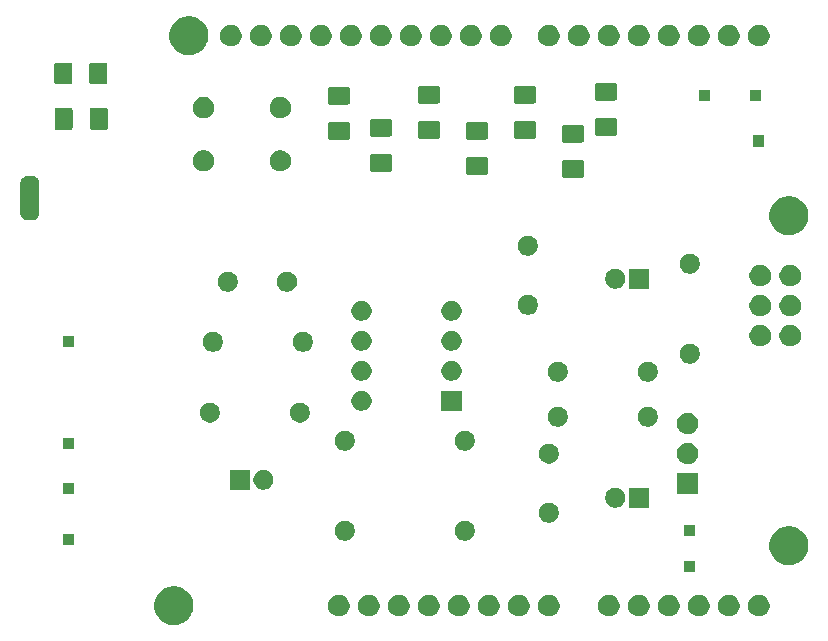
<source format=gbr>
%TF.GenerationSoftware,KiCad,Pcbnew,(5.1.5)-3*%
%TF.CreationDate,2020-05-16T21:05:58+02:00*%
%TF.ProjectId,30_PCB,33305f50-4342-42e6-9b69-6361645f7063,R0.7*%
%TF.SameCoordinates,Original*%
%TF.FileFunction,Soldermask,Top*%
%TF.FilePolarity,Negative*%
%FSLAX46Y46*%
G04 Gerber Fmt 4.6, Leading zero omitted, Abs format (unit mm)*
G04 Created by KiCad (PCBNEW (5.1.5)-3) date 2020-05-16 21:05:58*
%MOMM*%
%LPD*%
G04 APERTURE LIST*
%ADD10C,0.100000*%
G04 APERTURE END LIST*
D10*
G36*
X126867256Y-115739298D02*
G01*
X126973579Y-115760447D01*
X127274042Y-115884903D01*
X127544451Y-116065585D01*
X127774415Y-116295549D01*
X127955097Y-116565958D01*
X127955098Y-116565960D01*
X128079553Y-116866422D01*
X128143000Y-117185389D01*
X128143000Y-117510611D01*
X128079553Y-117829578D01*
X127984766Y-118058416D01*
X127955097Y-118130042D01*
X127774415Y-118400451D01*
X127544451Y-118630415D01*
X127274042Y-118811097D01*
X126973579Y-118935553D01*
X126867256Y-118956702D01*
X126654611Y-118999000D01*
X126329389Y-118999000D01*
X126116744Y-118956702D01*
X126010421Y-118935553D01*
X125709958Y-118811097D01*
X125439549Y-118630415D01*
X125209585Y-118400451D01*
X125028903Y-118130042D01*
X124999235Y-118058416D01*
X124904447Y-117829578D01*
X124841000Y-117510611D01*
X124841000Y-117185389D01*
X124904447Y-116866422D01*
X125028902Y-116565960D01*
X125028903Y-116565958D01*
X125209585Y-116295549D01*
X125439549Y-116065585D01*
X125709958Y-115884903D01*
X126010421Y-115760447D01*
X126116744Y-115739298D01*
X126329389Y-115697000D01*
X126654611Y-115697000D01*
X126867256Y-115739298D01*
G37*
G36*
X176288778Y-116468547D02*
G01*
X176455224Y-116537491D01*
X176605022Y-116637583D01*
X176732417Y-116764978D01*
X176832509Y-116914776D01*
X176901453Y-117081222D01*
X176936600Y-117257918D01*
X176936600Y-117438082D01*
X176901453Y-117614778D01*
X176832509Y-117781224D01*
X176732417Y-117931022D01*
X176605022Y-118058417D01*
X176455224Y-118158509D01*
X176288778Y-118227453D01*
X176112082Y-118262600D01*
X175931918Y-118262600D01*
X175755222Y-118227453D01*
X175588776Y-118158509D01*
X175438978Y-118058417D01*
X175311583Y-117931022D01*
X175211491Y-117781224D01*
X175142547Y-117614778D01*
X175107400Y-117438082D01*
X175107400Y-117257918D01*
X175142547Y-117081222D01*
X175211491Y-116914776D01*
X175311583Y-116764978D01*
X175438978Y-116637583D01*
X175588776Y-116537491D01*
X175755222Y-116468547D01*
X175931918Y-116433400D01*
X176112082Y-116433400D01*
X176288778Y-116468547D01*
G37*
G36*
X163588778Y-116468547D02*
G01*
X163755224Y-116537491D01*
X163905022Y-116637583D01*
X164032417Y-116764978D01*
X164132509Y-116914776D01*
X164201453Y-117081222D01*
X164236600Y-117257918D01*
X164236600Y-117438082D01*
X164201453Y-117614778D01*
X164132509Y-117781224D01*
X164032417Y-117931022D01*
X163905022Y-118058417D01*
X163755224Y-118158509D01*
X163588778Y-118227453D01*
X163412082Y-118262600D01*
X163231918Y-118262600D01*
X163055222Y-118227453D01*
X162888776Y-118158509D01*
X162738978Y-118058417D01*
X162611583Y-117931022D01*
X162511491Y-117781224D01*
X162442547Y-117614778D01*
X162407400Y-117438082D01*
X162407400Y-117257918D01*
X162442547Y-117081222D01*
X162511491Y-116914776D01*
X162611583Y-116764978D01*
X162738978Y-116637583D01*
X162888776Y-116537491D01*
X163055222Y-116468547D01*
X163231918Y-116433400D01*
X163412082Y-116433400D01*
X163588778Y-116468547D01*
G37*
G36*
X158508778Y-116468547D02*
G01*
X158675224Y-116537491D01*
X158825022Y-116637583D01*
X158952417Y-116764978D01*
X159052509Y-116914776D01*
X159121453Y-117081222D01*
X159156600Y-117257918D01*
X159156600Y-117438082D01*
X159121453Y-117614778D01*
X159052509Y-117781224D01*
X158952417Y-117931022D01*
X158825022Y-118058417D01*
X158675224Y-118158509D01*
X158508778Y-118227453D01*
X158332082Y-118262600D01*
X158151918Y-118262600D01*
X157975222Y-118227453D01*
X157808776Y-118158509D01*
X157658978Y-118058417D01*
X157531583Y-117931022D01*
X157431491Y-117781224D01*
X157362547Y-117614778D01*
X157327400Y-117438082D01*
X157327400Y-117257918D01*
X157362547Y-117081222D01*
X157431491Y-116914776D01*
X157531583Y-116764978D01*
X157658978Y-116637583D01*
X157808776Y-116537491D01*
X157975222Y-116468547D01*
X158151918Y-116433400D01*
X158332082Y-116433400D01*
X158508778Y-116468547D01*
G37*
G36*
X155968778Y-116468547D02*
G01*
X156135224Y-116537491D01*
X156285022Y-116637583D01*
X156412417Y-116764978D01*
X156512509Y-116914776D01*
X156581453Y-117081222D01*
X156616600Y-117257918D01*
X156616600Y-117438082D01*
X156581453Y-117614778D01*
X156512509Y-117781224D01*
X156412417Y-117931022D01*
X156285022Y-118058417D01*
X156135224Y-118158509D01*
X155968778Y-118227453D01*
X155792082Y-118262600D01*
X155611918Y-118262600D01*
X155435222Y-118227453D01*
X155268776Y-118158509D01*
X155118978Y-118058417D01*
X154991583Y-117931022D01*
X154891491Y-117781224D01*
X154822547Y-117614778D01*
X154787400Y-117438082D01*
X154787400Y-117257918D01*
X154822547Y-117081222D01*
X154891491Y-116914776D01*
X154991583Y-116764978D01*
X155118978Y-116637583D01*
X155268776Y-116537491D01*
X155435222Y-116468547D01*
X155611918Y-116433400D01*
X155792082Y-116433400D01*
X155968778Y-116468547D01*
G37*
G36*
X153428778Y-116468547D02*
G01*
X153595224Y-116537491D01*
X153745022Y-116637583D01*
X153872417Y-116764978D01*
X153972509Y-116914776D01*
X154041453Y-117081222D01*
X154076600Y-117257918D01*
X154076600Y-117438082D01*
X154041453Y-117614778D01*
X153972509Y-117781224D01*
X153872417Y-117931022D01*
X153745022Y-118058417D01*
X153595224Y-118158509D01*
X153428778Y-118227453D01*
X153252082Y-118262600D01*
X153071918Y-118262600D01*
X152895222Y-118227453D01*
X152728776Y-118158509D01*
X152578978Y-118058417D01*
X152451583Y-117931022D01*
X152351491Y-117781224D01*
X152282547Y-117614778D01*
X152247400Y-117438082D01*
X152247400Y-117257918D01*
X152282547Y-117081222D01*
X152351491Y-116914776D01*
X152451583Y-116764978D01*
X152578978Y-116637583D01*
X152728776Y-116537491D01*
X152895222Y-116468547D01*
X153071918Y-116433400D01*
X153252082Y-116433400D01*
X153428778Y-116468547D01*
G37*
G36*
X150888778Y-116468547D02*
G01*
X151055224Y-116537491D01*
X151205022Y-116637583D01*
X151332417Y-116764978D01*
X151432509Y-116914776D01*
X151501453Y-117081222D01*
X151536600Y-117257918D01*
X151536600Y-117438082D01*
X151501453Y-117614778D01*
X151432509Y-117781224D01*
X151332417Y-117931022D01*
X151205022Y-118058417D01*
X151055224Y-118158509D01*
X150888778Y-118227453D01*
X150712082Y-118262600D01*
X150531918Y-118262600D01*
X150355222Y-118227453D01*
X150188776Y-118158509D01*
X150038978Y-118058417D01*
X149911583Y-117931022D01*
X149811491Y-117781224D01*
X149742547Y-117614778D01*
X149707400Y-117438082D01*
X149707400Y-117257918D01*
X149742547Y-117081222D01*
X149811491Y-116914776D01*
X149911583Y-116764978D01*
X150038978Y-116637583D01*
X150188776Y-116537491D01*
X150355222Y-116468547D01*
X150531918Y-116433400D01*
X150712082Y-116433400D01*
X150888778Y-116468547D01*
G37*
G36*
X148348778Y-116468547D02*
G01*
X148515224Y-116537491D01*
X148665022Y-116637583D01*
X148792417Y-116764978D01*
X148892509Y-116914776D01*
X148961453Y-117081222D01*
X148996600Y-117257918D01*
X148996600Y-117438082D01*
X148961453Y-117614778D01*
X148892509Y-117781224D01*
X148792417Y-117931022D01*
X148665022Y-118058417D01*
X148515224Y-118158509D01*
X148348778Y-118227453D01*
X148172082Y-118262600D01*
X147991918Y-118262600D01*
X147815222Y-118227453D01*
X147648776Y-118158509D01*
X147498978Y-118058417D01*
X147371583Y-117931022D01*
X147271491Y-117781224D01*
X147202547Y-117614778D01*
X147167400Y-117438082D01*
X147167400Y-117257918D01*
X147202547Y-117081222D01*
X147271491Y-116914776D01*
X147371583Y-116764978D01*
X147498978Y-116637583D01*
X147648776Y-116537491D01*
X147815222Y-116468547D01*
X147991918Y-116433400D01*
X148172082Y-116433400D01*
X148348778Y-116468547D01*
G37*
G36*
X143268778Y-116468547D02*
G01*
X143435224Y-116537491D01*
X143585022Y-116637583D01*
X143712417Y-116764978D01*
X143812509Y-116914776D01*
X143881453Y-117081222D01*
X143916600Y-117257918D01*
X143916600Y-117438082D01*
X143881453Y-117614778D01*
X143812509Y-117781224D01*
X143712417Y-117931022D01*
X143585022Y-118058417D01*
X143435224Y-118158509D01*
X143268778Y-118227453D01*
X143092082Y-118262600D01*
X142911918Y-118262600D01*
X142735222Y-118227453D01*
X142568776Y-118158509D01*
X142418978Y-118058417D01*
X142291583Y-117931022D01*
X142191491Y-117781224D01*
X142122547Y-117614778D01*
X142087400Y-117438082D01*
X142087400Y-117257918D01*
X142122547Y-117081222D01*
X142191491Y-116914776D01*
X142291583Y-116764978D01*
X142418978Y-116637583D01*
X142568776Y-116537491D01*
X142735222Y-116468547D01*
X142911918Y-116433400D01*
X143092082Y-116433400D01*
X143268778Y-116468547D01*
G37*
G36*
X145808778Y-116468547D02*
G01*
X145975224Y-116537491D01*
X146125022Y-116637583D01*
X146252417Y-116764978D01*
X146352509Y-116914776D01*
X146421453Y-117081222D01*
X146456600Y-117257918D01*
X146456600Y-117438082D01*
X146421453Y-117614778D01*
X146352509Y-117781224D01*
X146252417Y-117931022D01*
X146125022Y-118058417D01*
X145975224Y-118158509D01*
X145808778Y-118227453D01*
X145632082Y-118262600D01*
X145451918Y-118262600D01*
X145275222Y-118227453D01*
X145108776Y-118158509D01*
X144958978Y-118058417D01*
X144831583Y-117931022D01*
X144731491Y-117781224D01*
X144662547Y-117614778D01*
X144627400Y-117438082D01*
X144627400Y-117257918D01*
X144662547Y-117081222D01*
X144731491Y-116914776D01*
X144831583Y-116764978D01*
X144958978Y-116637583D01*
X145108776Y-116537491D01*
X145275222Y-116468547D01*
X145451918Y-116433400D01*
X145632082Y-116433400D01*
X145808778Y-116468547D01*
G37*
G36*
X173748778Y-116468547D02*
G01*
X173915224Y-116537491D01*
X174065022Y-116637583D01*
X174192417Y-116764978D01*
X174292509Y-116914776D01*
X174361453Y-117081222D01*
X174396600Y-117257918D01*
X174396600Y-117438082D01*
X174361453Y-117614778D01*
X174292509Y-117781224D01*
X174192417Y-117931022D01*
X174065022Y-118058417D01*
X173915224Y-118158509D01*
X173748778Y-118227453D01*
X173572082Y-118262600D01*
X173391918Y-118262600D01*
X173215222Y-118227453D01*
X173048776Y-118158509D01*
X172898978Y-118058417D01*
X172771583Y-117931022D01*
X172671491Y-117781224D01*
X172602547Y-117614778D01*
X172567400Y-117438082D01*
X172567400Y-117257918D01*
X172602547Y-117081222D01*
X172671491Y-116914776D01*
X172771583Y-116764978D01*
X172898978Y-116637583D01*
X173048776Y-116537491D01*
X173215222Y-116468547D01*
X173391918Y-116433400D01*
X173572082Y-116433400D01*
X173748778Y-116468547D01*
G37*
G36*
X171208778Y-116468547D02*
G01*
X171375224Y-116537491D01*
X171525022Y-116637583D01*
X171652417Y-116764978D01*
X171752509Y-116914776D01*
X171821453Y-117081222D01*
X171856600Y-117257918D01*
X171856600Y-117438082D01*
X171821453Y-117614778D01*
X171752509Y-117781224D01*
X171652417Y-117931022D01*
X171525022Y-118058417D01*
X171375224Y-118158509D01*
X171208778Y-118227453D01*
X171032082Y-118262600D01*
X170851918Y-118262600D01*
X170675222Y-118227453D01*
X170508776Y-118158509D01*
X170358978Y-118058417D01*
X170231583Y-117931022D01*
X170131491Y-117781224D01*
X170062547Y-117614778D01*
X170027400Y-117438082D01*
X170027400Y-117257918D01*
X170062547Y-117081222D01*
X170131491Y-116914776D01*
X170231583Y-116764978D01*
X170358978Y-116637583D01*
X170508776Y-116537491D01*
X170675222Y-116468547D01*
X170851918Y-116433400D01*
X171032082Y-116433400D01*
X171208778Y-116468547D01*
G37*
G36*
X166128778Y-116468547D02*
G01*
X166295224Y-116537491D01*
X166445022Y-116637583D01*
X166572417Y-116764978D01*
X166672509Y-116914776D01*
X166741453Y-117081222D01*
X166776600Y-117257918D01*
X166776600Y-117438082D01*
X166741453Y-117614778D01*
X166672509Y-117781224D01*
X166572417Y-117931022D01*
X166445022Y-118058417D01*
X166295224Y-118158509D01*
X166128778Y-118227453D01*
X165952082Y-118262600D01*
X165771918Y-118262600D01*
X165595222Y-118227453D01*
X165428776Y-118158509D01*
X165278978Y-118058417D01*
X165151583Y-117931022D01*
X165051491Y-117781224D01*
X164982547Y-117614778D01*
X164947400Y-117438082D01*
X164947400Y-117257918D01*
X164982547Y-117081222D01*
X165051491Y-116914776D01*
X165151583Y-116764978D01*
X165278978Y-116637583D01*
X165428776Y-116537491D01*
X165595222Y-116468547D01*
X165771918Y-116433400D01*
X165952082Y-116433400D01*
X166128778Y-116468547D01*
G37*
G36*
X140728778Y-116468547D02*
G01*
X140895224Y-116537491D01*
X141045022Y-116637583D01*
X141172417Y-116764978D01*
X141272509Y-116914776D01*
X141341453Y-117081222D01*
X141376600Y-117257918D01*
X141376600Y-117438082D01*
X141341453Y-117614778D01*
X141272509Y-117781224D01*
X141172417Y-117931022D01*
X141045022Y-118058417D01*
X140895224Y-118158509D01*
X140728778Y-118227453D01*
X140552082Y-118262600D01*
X140371918Y-118262600D01*
X140195222Y-118227453D01*
X140028776Y-118158509D01*
X139878978Y-118058417D01*
X139751583Y-117931022D01*
X139651491Y-117781224D01*
X139582547Y-117614778D01*
X139547400Y-117438082D01*
X139547400Y-117257918D01*
X139582547Y-117081222D01*
X139651491Y-116914776D01*
X139751583Y-116764978D01*
X139878978Y-116637583D01*
X140028776Y-116537491D01*
X140195222Y-116468547D01*
X140371918Y-116433400D01*
X140552082Y-116433400D01*
X140728778Y-116468547D01*
G37*
G36*
X168668778Y-116468547D02*
G01*
X168835224Y-116537491D01*
X168985022Y-116637583D01*
X169112417Y-116764978D01*
X169212509Y-116914776D01*
X169281453Y-117081222D01*
X169316600Y-117257918D01*
X169316600Y-117438082D01*
X169281453Y-117614778D01*
X169212509Y-117781224D01*
X169112417Y-117931022D01*
X168985022Y-118058417D01*
X168835224Y-118158509D01*
X168668778Y-118227453D01*
X168492082Y-118262600D01*
X168311918Y-118262600D01*
X168135222Y-118227453D01*
X167968776Y-118158509D01*
X167818978Y-118058417D01*
X167691583Y-117931022D01*
X167591491Y-117781224D01*
X167522547Y-117614778D01*
X167487400Y-117438082D01*
X167487400Y-117257918D01*
X167522547Y-117081222D01*
X167591491Y-116914776D01*
X167691583Y-116764978D01*
X167818978Y-116637583D01*
X167968776Y-116537491D01*
X168135222Y-116468547D01*
X168311918Y-116433400D01*
X168492082Y-116433400D01*
X168668778Y-116468547D01*
G37*
G36*
X170656000Y-114522000D02*
G01*
X169704000Y-114522000D01*
X169704000Y-113570000D01*
X170656000Y-113570000D01*
X170656000Y-114522000D01*
G37*
G36*
X178937256Y-110659298D02*
G01*
X179043579Y-110680447D01*
X179344042Y-110804903D01*
X179614451Y-110985585D01*
X179844415Y-111215549D01*
X180025097Y-111485958D01*
X180149553Y-111786421D01*
X180213000Y-112105391D01*
X180213000Y-112430609D01*
X180149553Y-112749579D01*
X180025097Y-113050042D01*
X179844415Y-113320451D01*
X179614451Y-113550415D01*
X179344042Y-113731097D01*
X179043579Y-113855553D01*
X178937256Y-113876702D01*
X178724611Y-113919000D01*
X178399389Y-113919000D01*
X178186744Y-113876702D01*
X178080421Y-113855553D01*
X177779958Y-113731097D01*
X177509549Y-113550415D01*
X177279585Y-113320451D01*
X177098903Y-113050042D01*
X176974447Y-112749579D01*
X176911000Y-112430609D01*
X176911000Y-112105391D01*
X176974447Y-111786421D01*
X177098903Y-111485958D01*
X177279585Y-111215549D01*
X177509549Y-110985585D01*
X177779958Y-110804903D01*
X178080421Y-110680447D01*
X178186744Y-110659298D01*
X178399389Y-110617000D01*
X178724611Y-110617000D01*
X178937256Y-110659298D01*
G37*
G36*
X118078000Y-112236000D02*
G01*
X117126000Y-112236000D01*
X117126000Y-111284000D01*
X118078000Y-111284000D01*
X118078000Y-112236000D01*
G37*
G36*
X151378228Y-110179703D02*
G01*
X151533100Y-110243853D01*
X151672481Y-110336985D01*
X151791015Y-110455519D01*
X151884147Y-110594900D01*
X151948297Y-110749772D01*
X151981000Y-110914184D01*
X151981000Y-111081816D01*
X151948297Y-111246228D01*
X151884147Y-111401100D01*
X151791015Y-111540481D01*
X151672481Y-111659015D01*
X151533100Y-111752147D01*
X151378228Y-111816297D01*
X151213816Y-111849000D01*
X151046184Y-111849000D01*
X150881772Y-111816297D01*
X150726900Y-111752147D01*
X150587519Y-111659015D01*
X150468985Y-111540481D01*
X150375853Y-111401100D01*
X150311703Y-111246228D01*
X150279000Y-111081816D01*
X150279000Y-110914184D01*
X150311703Y-110749772D01*
X150375853Y-110594900D01*
X150468985Y-110455519D01*
X150587519Y-110336985D01*
X150726900Y-110243853D01*
X150881772Y-110179703D01*
X151046184Y-110147000D01*
X151213816Y-110147000D01*
X151378228Y-110179703D01*
G37*
G36*
X141218228Y-110179703D02*
G01*
X141373100Y-110243853D01*
X141512481Y-110336985D01*
X141631015Y-110455519D01*
X141724147Y-110594900D01*
X141788297Y-110749772D01*
X141821000Y-110914184D01*
X141821000Y-111081816D01*
X141788297Y-111246228D01*
X141724147Y-111401100D01*
X141631015Y-111540481D01*
X141512481Y-111659015D01*
X141373100Y-111752147D01*
X141218228Y-111816297D01*
X141053816Y-111849000D01*
X140886184Y-111849000D01*
X140721772Y-111816297D01*
X140566900Y-111752147D01*
X140427519Y-111659015D01*
X140308985Y-111540481D01*
X140215853Y-111401100D01*
X140151703Y-111246228D01*
X140119000Y-111081816D01*
X140119000Y-110914184D01*
X140151703Y-110749772D01*
X140215853Y-110594900D01*
X140308985Y-110455519D01*
X140427519Y-110336985D01*
X140566900Y-110243853D01*
X140721772Y-110179703D01*
X140886184Y-110147000D01*
X141053816Y-110147000D01*
X141218228Y-110179703D01*
G37*
G36*
X170656000Y-111474000D02*
G01*
X169704000Y-111474000D01*
X169704000Y-110522000D01*
X170656000Y-110522000D01*
X170656000Y-111474000D01*
G37*
G36*
X158490228Y-108655703D02*
G01*
X158645100Y-108719853D01*
X158784481Y-108812985D01*
X158903015Y-108931519D01*
X158996147Y-109070900D01*
X159060297Y-109225772D01*
X159093000Y-109390184D01*
X159093000Y-109557816D01*
X159060297Y-109722228D01*
X158996147Y-109877100D01*
X158903015Y-110016481D01*
X158784481Y-110135015D01*
X158645100Y-110228147D01*
X158490228Y-110292297D01*
X158325816Y-110325000D01*
X158158184Y-110325000D01*
X157993772Y-110292297D01*
X157838900Y-110228147D01*
X157699519Y-110135015D01*
X157580985Y-110016481D01*
X157487853Y-109877100D01*
X157423703Y-109722228D01*
X157391000Y-109557816D01*
X157391000Y-109390184D01*
X157423703Y-109225772D01*
X157487853Y-109070900D01*
X157580985Y-108931519D01*
X157699519Y-108812985D01*
X157838900Y-108719853D01*
X157993772Y-108655703D01*
X158158184Y-108623000D01*
X158325816Y-108623000D01*
X158490228Y-108655703D01*
G37*
G36*
X166713000Y-109055000D02*
G01*
X165011000Y-109055000D01*
X165011000Y-107353000D01*
X166713000Y-107353000D01*
X166713000Y-109055000D01*
G37*
G36*
X164110228Y-107385703D02*
G01*
X164265100Y-107449853D01*
X164404481Y-107542985D01*
X164523015Y-107661519D01*
X164616147Y-107800900D01*
X164680297Y-107955772D01*
X164713000Y-108120184D01*
X164713000Y-108287816D01*
X164680297Y-108452228D01*
X164616147Y-108607100D01*
X164523015Y-108746481D01*
X164404481Y-108865015D01*
X164265100Y-108958147D01*
X164110228Y-109022297D01*
X163945816Y-109055000D01*
X163778184Y-109055000D01*
X163613772Y-109022297D01*
X163458900Y-108958147D01*
X163319519Y-108865015D01*
X163200985Y-108746481D01*
X163107853Y-108607100D01*
X163043703Y-108452228D01*
X163011000Y-108287816D01*
X163011000Y-108120184D01*
X163043703Y-107955772D01*
X163107853Y-107800900D01*
X163200985Y-107661519D01*
X163319519Y-107542985D01*
X163458900Y-107449853D01*
X163613772Y-107385703D01*
X163778184Y-107353000D01*
X163945816Y-107353000D01*
X164110228Y-107385703D01*
G37*
G36*
X118078000Y-107918000D02*
G01*
X117126000Y-107918000D01*
X117126000Y-106966000D01*
X118078000Y-106966000D01*
X118078000Y-107918000D01*
G37*
G36*
X170901000Y-107901000D02*
G01*
X169099000Y-107901000D01*
X169099000Y-106099000D01*
X170901000Y-106099000D01*
X170901000Y-107901000D01*
G37*
G36*
X132931000Y-107531000D02*
G01*
X131229000Y-107531000D01*
X131229000Y-105829000D01*
X132931000Y-105829000D01*
X132931000Y-107531000D01*
G37*
G36*
X134328228Y-105861703D02*
G01*
X134483100Y-105925853D01*
X134622481Y-106018985D01*
X134741015Y-106137519D01*
X134834147Y-106276900D01*
X134898297Y-106431772D01*
X134931000Y-106596184D01*
X134931000Y-106763816D01*
X134898297Y-106928228D01*
X134834147Y-107083100D01*
X134741015Y-107222481D01*
X134622481Y-107341015D01*
X134483100Y-107434147D01*
X134328228Y-107498297D01*
X134163816Y-107531000D01*
X133996184Y-107531000D01*
X133831772Y-107498297D01*
X133676900Y-107434147D01*
X133537519Y-107341015D01*
X133418985Y-107222481D01*
X133325853Y-107083100D01*
X133261703Y-106928228D01*
X133229000Y-106763816D01*
X133229000Y-106596184D01*
X133261703Y-106431772D01*
X133325853Y-106276900D01*
X133418985Y-106137519D01*
X133537519Y-106018985D01*
X133676900Y-105925853D01*
X133831772Y-105861703D01*
X133996184Y-105829000D01*
X134163816Y-105829000D01*
X134328228Y-105861703D01*
G37*
G36*
X170113512Y-103563927D02*
G01*
X170262812Y-103593624D01*
X170426784Y-103661544D01*
X170574354Y-103760147D01*
X170699853Y-103885646D01*
X170798456Y-104033216D01*
X170866376Y-104197188D01*
X170901000Y-104371259D01*
X170901000Y-104548741D01*
X170866376Y-104722812D01*
X170798456Y-104886784D01*
X170699853Y-105034354D01*
X170574354Y-105159853D01*
X170426784Y-105258456D01*
X170262812Y-105326376D01*
X170113512Y-105356073D01*
X170088742Y-105361000D01*
X169911258Y-105361000D01*
X169886488Y-105356073D01*
X169737188Y-105326376D01*
X169573216Y-105258456D01*
X169425646Y-105159853D01*
X169300147Y-105034354D01*
X169201544Y-104886784D01*
X169133624Y-104722812D01*
X169099000Y-104548741D01*
X169099000Y-104371259D01*
X169133624Y-104197188D01*
X169201544Y-104033216D01*
X169300147Y-103885646D01*
X169425646Y-103760147D01*
X169573216Y-103661544D01*
X169737188Y-103593624D01*
X169886488Y-103563927D01*
X169911258Y-103559000D01*
X170088742Y-103559000D01*
X170113512Y-103563927D01*
G37*
G36*
X158490228Y-103655703D02*
G01*
X158645100Y-103719853D01*
X158784481Y-103812985D01*
X158903015Y-103931519D01*
X158996147Y-104070900D01*
X159060297Y-104225772D01*
X159093000Y-104390184D01*
X159093000Y-104557816D01*
X159060297Y-104722228D01*
X158996147Y-104877100D01*
X158903015Y-105016481D01*
X158784481Y-105135015D01*
X158645100Y-105228147D01*
X158490228Y-105292297D01*
X158325816Y-105325000D01*
X158158184Y-105325000D01*
X157993772Y-105292297D01*
X157838900Y-105228147D01*
X157699519Y-105135015D01*
X157580985Y-105016481D01*
X157487853Y-104877100D01*
X157423703Y-104722228D01*
X157391000Y-104557816D01*
X157391000Y-104390184D01*
X157423703Y-104225772D01*
X157487853Y-104070900D01*
X157580985Y-103931519D01*
X157699519Y-103812985D01*
X157838900Y-103719853D01*
X157993772Y-103655703D01*
X158158184Y-103623000D01*
X158325816Y-103623000D01*
X158490228Y-103655703D01*
G37*
G36*
X151378228Y-102559703D02*
G01*
X151533100Y-102623853D01*
X151672481Y-102716985D01*
X151791015Y-102835519D01*
X151884147Y-102974900D01*
X151948297Y-103129772D01*
X151981000Y-103294184D01*
X151981000Y-103461816D01*
X151948297Y-103626228D01*
X151884147Y-103781100D01*
X151791015Y-103920481D01*
X151672481Y-104039015D01*
X151533100Y-104132147D01*
X151378228Y-104196297D01*
X151213816Y-104229000D01*
X151046184Y-104229000D01*
X150881772Y-104196297D01*
X150726900Y-104132147D01*
X150587519Y-104039015D01*
X150468985Y-103920481D01*
X150375853Y-103781100D01*
X150311703Y-103626228D01*
X150279000Y-103461816D01*
X150279000Y-103294184D01*
X150311703Y-103129772D01*
X150375853Y-102974900D01*
X150468985Y-102835519D01*
X150587519Y-102716985D01*
X150726900Y-102623853D01*
X150881772Y-102559703D01*
X151046184Y-102527000D01*
X151213816Y-102527000D01*
X151378228Y-102559703D01*
G37*
G36*
X141218228Y-102559703D02*
G01*
X141373100Y-102623853D01*
X141512481Y-102716985D01*
X141631015Y-102835519D01*
X141724147Y-102974900D01*
X141788297Y-103129772D01*
X141821000Y-103294184D01*
X141821000Y-103461816D01*
X141788297Y-103626228D01*
X141724147Y-103781100D01*
X141631015Y-103920481D01*
X141512481Y-104039015D01*
X141373100Y-104132147D01*
X141218228Y-104196297D01*
X141053816Y-104229000D01*
X140886184Y-104229000D01*
X140721772Y-104196297D01*
X140566900Y-104132147D01*
X140427519Y-104039015D01*
X140308985Y-103920481D01*
X140215853Y-103781100D01*
X140151703Y-103626228D01*
X140119000Y-103461816D01*
X140119000Y-103294184D01*
X140151703Y-103129772D01*
X140215853Y-102974900D01*
X140308985Y-102835519D01*
X140427519Y-102716985D01*
X140566900Y-102623853D01*
X140721772Y-102559703D01*
X140886184Y-102527000D01*
X141053816Y-102527000D01*
X141218228Y-102559703D01*
G37*
G36*
X118078000Y-104108000D02*
G01*
X117126000Y-104108000D01*
X117126000Y-103156000D01*
X118078000Y-103156000D01*
X118078000Y-104108000D01*
G37*
G36*
X170113512Y-101023927D02*
G01*
X170262812Y-101053624D01*
X170426784Y-101121544D01*
X170574354Y-101220147D01*
X170699853Y-101345646D01*
X170798456Y-101493216D01*
X170866376Y-101657188D01*
X170901000Y-101831259D01*
X170901000Y-102008741D01*
X170866376Y-102182812D01*
X170798456Y-102346784D01*
X170699853Y-102494354D01*
X170574354Y-102619853D01*
X170426784Y-102718456D01*
X170262812Y-102786376D01*
X170113512Y-102816073D01*
X170088742Y-102821000D01*
X169911258Y-102821000D01*
X169886488Y-102816073D01*
X169737188Y-102786376D01*
X169573216Y-102718456D01*
X169425646Y-102619853D01*
X169300147Y-102494354D01*
X169201544Y-102346784D01*
X169133624Y-102182812D01*
X169099000Y-102008741D01*
X169099000Y-101831259D01*
X169133624Y-101657188D01*
X169201544Y-101493216D01*
X169300147Y-101345646D01*
X169425646Y-101220147D01*
X169573216Y-101121544D01*
X169737188Y-101053624D01*
X169886488Y-101023927D01*
X169911258Y-101019000D01*
X170088742Y-101019000D01*
X170113512Y-101023927D01*
G37*
G36*
X166872228Y-100527703D02*
G01*
X167027100Y-100591853D01*
X167166481Y-100684985D01*
X167285015Y-100803519D01*
X167378147Y-100942900D01*
X167442297Y-101097772D01*
X167475000Y-101262184D01*
X167475000Y-101429816D01*
X167442297Y-101594228D01*
X167378147Y-101749100D01*
X167285015Y-101888481D01*
X167166481Y-102007015D01*
X167027100Y-102100147D01*
X166872228Y-102164297D01*
X166707816Y-102197000D01*
X166540184Y-102197000D01*
X166375772Y-102164297D01*
X166220900Y-102100147D01*
X166081519Y-102007015D01*
X165962985Y-101888481D01*
X165869853Y-101749100D01*
X165805703Y-101594228D01*
X165773000Y-101429816D01*
X165773000Y-101262184D01*
X165805703Y-101097772D01*
X165869853Y-100942900D01*
X165962985Y-100803519D01*
X166081519Y-100684985D01*
X166220900Y-100591853D01*
X166375772Y-100527703D01*
X166540184Y-100495000D01*
X166707816Y-100495000D01*
X166872228Y-100527703D01*
G37*
G36*
X159252228Y-100527703D02*
G01*
X159407100Y-100591853D01*
X159546481Y-100684985D01*
X159665015Y-100803519D01*
X159758147Y-100942900D01*
X159822297Y-101097772D01*
X159855000Y-101262184D01*
X159855000Y-101429816D01*
X159822297Y-101594228D01*
X159758147Y-101749100D01*
X159665015Y-101888481D01*
X159546481Y-102007015D01*
X159407100Y-102100147D01*
X159252228Y-102164297D01*
X159087816Y-102197000D01*
X158920184Y-102197000D01*
X158755772Y-102164297D01*
X158600900Y-102100147D01*
X158461519Y-102007015D01*
X158342985Y-101888481D01*
X158249853Y-101749100D01*
X158185703Y-101594228D01*
X158153000Y-101429816D01*
X158153000Y-101262184D01*
X158185703Y-101097772D01*
X158249853Y-100942900D01*
X158342985Y-100803519D01*
X158461519Y-100684985D01*
X158600900Y-100591853D01*
X158755772Y-100527703D01*
X158920184Y-100495000D01*
X159087816Y-100495000D01*
X159252228Y-100527703D01*
G37*
G36*
X129788228Y-100181703D02*
G01*
X129943100Y-100245853D01*
X130082481Y-100338985D01*
X130201015Y-100457519D01*
X130294147Y-100596900D01*
X130358297Y-100751772D01*
X130391000Y-100916184D01*
X130391000Y-101083816D01*
X130358297Y-101248228D01*
X130294147Y-101403100D01*
X130201015Y-101542481D01*
X130082481Y-101661015D01*
X129943100Y-101754147D01*
X129788228Y-101818297D01*
X129623816Y-101851000D01*
X129456184Y-101851000D01*
X129291772Y-101818297D01*
X129136900Y-101754147D01*
X128997519Y-101661015D01*
X128878985Y-101542481D01*
X128785853Y-101403100D01*
X128721703Y-101248228D01*
X128689000Y-101083816D01*
X128689000Y-100916184D01*
X128721703Y-100751772D01*
X128785853Y-100596900D01*
X128878985Y-100457519D01*
X128997519Y-100338985D01*
X129136900Y-100245853D01*
X129291772Y-100181703D01*
X129456184Y-100149000D01*
X129623816Y-100149000D01*
X129788228Y-100181703D01*
G37*
G36*
X137408228Y-100181703D02*
G01*
X137563100Y-100245853D01*
X137702481Y-100338985D01*
X137821015Y-100457519D01*
X137914147Y-100596900D01*
X137978297Y-100751772D01*
X138011000Y-100916184D01*
X138011000Y-101083816D01*
X137978297Y-101248228D01*
X137914147Y-101403100D01*
X137821015Y-101542481D01*
X137702481Y-101661015D01*
X137563100Y-101754147D01*
X137408228Y-101818297D01*
X137243816Y-101851000D01*
X137076184Y-101851000D01*
X136911772Y-101818297D01*
X136756900Y-101754147D01*
X136617519Y-101661015D01*
X136498985Y-101542481D01*
X136405853Y-101403100D01*
X136341703Y-101248228D01*
X136309000Y-101083816D01*
X136309000Y-100916184D01*
X136341703Y-100751772D01*
X136405853Y-100596900D01*
X136498985Y-100457519D01*
X136617519Y-100338985D01*
X136756900Y-100245853D01*
X136911772Y-100181703D01*
X137076184Y-100149000D01*
X137243816Y-100149000D01*
X137408228Y-100181703D01*
G37*
G36*
X142628228Y-99181703D02*
G01*
X142783100Y-99245853D01*
X142922481Y-99338985D01*
X143041015Y-99457519D01*
X143134147Y-99596900D01*
X143198297Y-99751772D01*
X143231000Y-99916184D01*
X143231000Y-100083816D01*
X143198297Y-100248228D01*
X143134147Y-100403100D01*
X143041015Y-100542481D01*
X142922481Y-100661015D01*
X142783100Y-100754147D01*
X142628228Y-100818297D01*
X142463816Y-100851000D01*
X142296184Y-100851000D01*
X142131772Y-100818297D01*
X141976900Y-100754147D01*
X141837519Y-100661015D01*
X141718985Y-100542481D01*
X141625853Y-100403100D01*
X141561703Y-100248228D01*
X141529000Y-100083816D01*
X141529000Y-99916184D01*
X141561703Y-99751772D01*
X141625853Y-99596900D01*
X141718985Y-99457519D01*
X141837519Y-99338985D01*
X141976900Y-99245853D01*
X142131772Y-99181703D01*
X142296184Y-99149000D01*
X142463816Y-99149000D01*
X142628228Y-99181703D01*
G37*
G36*
X150851000Y-100851000D02*
G01*
X149149000Y-100851000D01*
X149149000Y-99149000D01*
X150851000Y-99149000D01*
X150851000Y-100851000D01*
G37*
G36*
X159252228Y-96717703D02*
G01*
X159407100Y-96781853D01*
X159546481Y-96874985D01*
X159665015Y-96993519D01*
X159758147Y-97132900D01*
X159822297Y-97287772D01*
X159855000Y-97452184D01*
X159855000Y-97619816D01*
X159822297Y-97784228D01*
X159758147Y-97939100D01*
X159665015Y-98078481D01*
X159546481Y-98197015D01*
X159407100Y-98290147D01*
X159252228Y-98354297D01*
X159087816Y-98387000D01*
X158920184Y-98387000D01*
X158755772Y-98354297D01*
X158600900Y-98290147D01*
X158461519Y-98197015D01*
X158342985Y-98078481D01*
X158249853Y-97939100D01*
X158185703Y-97784228D01*
X158153000Y-97619816D01*
X158153000Y-97452184D01*
X158185703Y-97287772D01*
X158249853Y-97132900D01*
X158342985Y-96993519D01*
X158461519Y-96874985D01*
X158600900Y-96781853D01*
X158755772Y-96717703D01*
X158920184Y-96685000D01*
X159087816Y-96685000D01*
X159252228Y-96717703D01*
G37*
G36*
X166872228Y-96717703D02*
G01*
X167027100Y-96781853D01*
X167166481Y-96874985D01*
X167285015Y-96993519D01*
X167378147Y-97132900D01*
X167442297Y-97287772D01*
X167475000Y-97452184D01*
X167475000Y-97619816D01*
X167442297Y-97784228D01*
X167378147Y-97939100D01*
X167285015Y-98078481D01*
X167166481Y-98197015D01*
X167027100Y-98290147D01*
X166872228Y-98354297D01*
X166707816Y-98387000D01*
X166540184Y-98387000D01*
X166375772Y-98354297D01*
X166220900Y-98290147D01*
X166081519Y-98197015D01*
X165962985Y-98078481D01*
X165869853Y-97939100D01*
X165805703Y-97784228D01*
X165773000Y-97619816D01*
X165773000Y-97452184D01*
X165805703Y-97287772D01*
X165869853Y-97132900D01*
X165962985Y-96993519D01*
X166081519Y-96874985D01*
X166220900Y-96781853D01*
X166375772Y-96717703D01*
X166540184Y-96685000D01*
X166707816Y-96685000D01*
X166872228Y-96717703D01*
G37*
G36*
X142628228Y-96641703D02*
G01*
X142783100Y-96705853D01*
X142922481Y-96798985D01*
X143041015Y-96917519D01*
X143134147Y-97056900D01*
X143198297Y-97211772D01*
X143231000Y-97376184D01*
X143231000Y-97543816D01*
X143198297Y-97708228D01*
X143134147Y-97863100D01*
X143041015Y-98002481D01*
X142922481Y-98121015D01*
X142783100Y-98214147D01*
X142628228Y-98278297D01*
X142463816Y-98311000D01*
X142296184Y-98311000D01*
X142131772Y-98278297D01*
X141976900Y-98214147D01*
X141837519Y-98121015D01*
X141718985Y-98002481D01*
X141625853Y-97863100D01*
X141561703Y-97708228D01*
X141529000Y-97543816D01*
X141529000Y-97376184D01*
X141561703Y-97211772D01*
X141625853Y-97056900D01*
X141718985Y-96917519D01*
X141837519Y-96798985D01*
X141976900Y-96705853D01*
X142131772Y-96641703D01*
X142296184Y-96609000D01*
X142463816Y-96609000D01*
X142628228Y-96641703D01*
G37*
G36*
X150248228Y-96641703D02*
G01*
X150403100Y-96705853D01*
X150542481Y-96798985D01*
X150661015Y-96917519D01*
X150754147Y-97056900D01*
X150818297Y-97211772D01*
X150851000Y-97376184D01*
X150851000Y-97543816D01*
X150818297Y-97708228D01*
X150754147Y-97863100D01*
X150661015Y-98002481D01*
X150542481Y-98121015D01*
X150403100Y-98214147D01*
X150248228Y-98278297D01*
X150083816Y-98311000D01*
X149916184Y-98311000D01*
X149751772Y-98278297D01*
X149596900Y-98214147D01*
X149457519Y-98121015D01*
X149338985Y-98002481D01*
X149245853Y-97863100D01*
X149181703Y-97708228D01*
X149149000Y-97543816D01*
X149149000Y-97376184D01*
X149181703Y-97211772D01*
X149245853Y-97056900D01*
X149338985Y-96917519D01*
X149457519Y-96798985D01*
X149596900Y-96705853D01*
X149751772Y-96641703D01*
X149916184Y-96609000D01*
X150083816Y-96609000D01*
X150248228Y-96641703D01*
G37*
G36*
X170428228Y-95193703D02*
G01*
X170583100Y-95257853D01*
X170722481Y-95350985D01*
X170841015Y-95469519D01*
X170934147Y-95608900D01*
X170998297Y-95763772D01*
X171031000Y-95928184D01*
X171031000Y-96095816D01*
X170998297Y-96260228D01*
X170934147Y-96415100D01*
X170841015Y-96554481D01*
X170722481Y-96673015D01*
X170583100Y-96766147D01*
X170428228Y-96830297D01*
X170263816Y-96863000D01*
X170096184Y-96863000D01*
X169931772Y-96830297D01*
X169776900Y-96766147D01*
X169637519Y-96673015D01*
X169518985Y-96554481D01*
X169425853Y-96415100D01*
X169361703Y-96260228D01*
X169329000Y-96095816D01*
X169329000Y-95928184D01*
X169361703Y-95763772D01*
X169425853Y-95608900D01*
X169518985Y-95469519D01*
X169637519Y-95350985D01*
X169776900Y-95257853D01*
X169931772Y-95193703D01*
X170096184Y-95161000D01*
X170263816Y-95161000D01*
X170428228Y-95193703D01*
G37*
G36*
X137662228Y-94181703D02*
G01*
X137817100Y-94245853D01*
X137956481Y-94338985D01*
X138075015Y-94457519D01*
X138168147Y-94596900D01*
X138232297Y-94751772D01*
X138265000Y-94916184D01*
X138265000Y-95083816D01*
X138232297Y-95248228D01*
X138168147Y-95403100D01*
X138075015Y-95542481D01*
X137956481Y-95661015D01*
X137817100Y-95754147D01*
X137662228Y-95818297D01*
X137497816Y-95851000D01*
X137330184Y-95851000D01*
X137165772Y-95818297D01*
X137010900Y-95754147D01*
X136871519Y-95661015D01*
X136752985Y-95542481D01*
X136659853Y-95403100D01*
X136595703Y-95248228D01*
X136563000Y-95083816D01*
X136563000Y-94916184D01*
X136595703Y-94751772D01*
X136659853Y-94596900D01*
X136752985Y-94457519D01*
X136871519Y-94338985D01*
X137010900Y-94245853D01*
X137165772Y-94181703D01*
X137330184Y-94149000D01*
X137497816Y-94149000D01*
X137662228Y-94181703D01*
G37*
G36*
X130042228Y-94181703D02*
G01*
X130197100Y-94245853D01*
X130336481Y-94338985D01*
X130455015Y-94457519D01*
X130548147Y-94596900D01*
X130612297Y-94751772D01*
X130645000Y-94916184D01*
X130645000Y-95083816D01*
X130612297Y-95248228D01*
X130548147Y-95403100D01*
X130455015Y-95542481D01*
X130336481Y-95661015D01*
X130197100Y-95754147D01*
X130042228Y-95818297D01*
X129877816Y-95851000D01*
X129710184Y-95851000D01*
X129545772Y-95818297D01*
X129390900Y-95754147D01*
X129251519Y-95661015D01*
X129132985Y-95542481D01*
X129039853Y-95403100D01*
X128975703Y-95248228D01*
X128943000Y-95083816D01*
X128943000Y-94916184D01*
X128975703Y-94751772D01*
X129039853Y-94596900D01*
X129132985Y-94457519D01*
X129251519Y-94338985D01*
X129390900Y-94245853D01*
X129545772Y-94181703D01*
X129710184Y-94149000D01*
X129877816Y-94149000D01*
X130042228Y-94181703D01*
G37*
G36*
X150248228Y-94101703D02*
G01*
X150403100Y-94165853D01*
X150542481Y-94258985D01*
X150661015Y-94377519D01*
X150754147Y-94516900D01*
X150818297Y-94671772D01*
X150851000Y-94836184D01*
X150851000Y-95003816D01*
X150818297Y-95168228D01*
X150754147Y-95323100D01*
X150661015Y-95462481D01*
X150542481Y-95581015D01*
X150403100Y-95674147D01*
X150248228Y-95738297D01*
X150083816Y-95771000D01*
X149916184Y-95771000D01*
X149751772Y-95738297D01*
X149596900Y-95674147D01*
X149457519Y-95581015D01*
X149338985Y-95462481D01*
X149245853Y-95323100D01*
X149181703Y-95168228D01*
X149149000Y-95003816D01*
X149149000Y-94836184D01*
X149181703Y-94671772D01*
X149245853Y-94516900D01*
X149338985Y-94377519D01*
X149457519Y-94258985D01*
X149596900Y-94165853D01*
X149751772Y-94101703D01*
X149916184Y-94069000D01*
X150083816Y-94069000D01*
X150248228Y-94101703D01*
G37*
G36*
X142628228Y-94101703D02*
G01*
X142783100Y-94165853D01*
X142922481Y-94258985D01*
X143041015Y-94377519D01*
X143134147Y-94516900D01*
X143198297Y-94671772D01*
X143231000Y-94836184D01*
X143231000Y-95003816D01*
X143198297Y-95168228D01*
X143134147Y-95323100D01*
X143041015Y-95462481D01*
X142922481Y-95581015D01*
X142783100Y-95674147D01*
X142628228Y-95738297D01*
X142463816Y-95771000D01*
X142296184Y-95771000D01*
X142131772Y-95738297D01*
X141976900Y-95674147D01*
X141837519Y-95581015D01*
X141718985Y-95462481D01*
X141625853Y-95323100D01*
X141561703Y-95168228D01*
X141529000Y-95003816D01*
X141529000Y-94836184D01*
X141561703Y-94671772D01*
X141625853Y-94516900D01*
X141718985Y-94377519D01*
X141837519Y-94258985D01*
X141976900Y-94165853D01*
X142131772Y-94101703D01*
X142296184Y-94069000D01*
X142463816Y-94069000D01*
X142628228Y-94101703D01*
G37*
G36*
X118078000Y-95472000D02*
G01*
X117126000Y-95472000D01*
X117126000Y-94520000D01*
X118078000Y-94520000D01*
X118078000Y-95472000D01*
G37*
G36*
X178955778Y-93608547D02*
G01*
X179122224Y-93677491D01*
X179272022Y-93777583D01*
X179399417Y-93904978D01*
X179499509Y-94054776D01*
X179568453Y-94221222D01*
X179603600Y-94397918D01*
X179603600Y-94578082D01*
X179568453Y-94754778D01*
X179499509Y-94921224D01*
X179399417Y-95071022D01*
X179272022Y-95198417D01*
X179122224Y-95298509D01*
X178955778Y-95367453D01*
X178779082Y-95402600D01*
X178598918Y-95402600D01*
X178422222Y-95367453D01*
X178255776Y-95298509D01*
X178105978Y-95198417D01*
X177978583Y-95071022D01*
X177878491Y-94921224D01*
X177809547Y-94754778D01*
X177774400Y-94578082D01*
X177774400Y-94397918D01*
X177809547Y-94221222D01*
X177878491Y-94054776D01*
X177978583Y-93904978D01*
X178105978Y-93777583D01*
X178255776Y-93677491D01*
X178422222Y-93608547D01*
X178598918Y-93573400D01*
X178779082Y-93573400D01*
X178955778Y-93608547D01*
G37*
G36*
X176415778Y-93608547D02*
G01*
X176582224Y-93677491D01*
X176732022Y-93777583D01*
X176859417Y-93904978D01*
X176959509Y-94054776D01*
X177028453Y-94221222D01*
X177063600Y-94397918D01*
X177063600Y-94578082D01*
X177028453Y-94754778D01*
X176959509Y-94921224D01*
X176859417Y-95071022D01*
X176732022Y-95198417D01*
X176582224Y-95298509D01*
X176415778Y-95367453D01*
X176239082Y-95402600D01*
X176058918Y-95402600D01*
X175882222Y-95367453D01*
X175715776Y-95298509D01*
X175565978Y-95198417D01*
X175438583Y-95071022D01*
X175338491Y-94921224D01*
X175269547Y-94754778D01*
X175234400Y-94578082D01*
X175234400Y-94397918D01*
X175269547Y-94221222D01*
X175338491Y-94054776D01*
X175438583Y-93904978D01*
X175565978Y-93777583D01*
X175715776Y-93677491D01*
X175882222Y-93608547D01*
X176058918Y-93573400D01*
X176239082Y-93573400D01*
X176415778Y-93608547D01*
G37*
G36*
X142628228Y-91561703D02*
G01*
X142783100Y-91625853D01*
X142922481Y-91718985D01*
X143041015Y-91837519D01*
X143134147Y-91976900D01*
X143198297Y-92131772D01*
X143231000Y-92296184D01*
X143231000Y-92463816D01*
X143198297Y-92628228D01*
X143134147Y-92783100D01*
X143041015Y-92922481D01*
X142922481Y-93041015D01*
X142783100Y-93134147D01*
X142628228Y-93198297D01*
X142463816Y-93231000D01*
X142296184Y-93231000D01*
X142131772Y-93198297D01*
X141976900Y-93134147D01*
X141837519Y-93041015D01*
X141718985Y-92922481D01*
X141625853Y-92783100D01*
X141561703Y-92628228D01*
X141529000Y-92463816D01*
X141529000Y-92296184D01*
X141561703Y-92131772D01*
X141625853Y-91976900D01*
X141718985Y-91837519D01*
X141837519Y-91718985D01*
X141976900Y-91625853D01*
X142131772Y-91561703D01*
X142296184Y-91529000D01*
X142463816Y-91529000D01*
X142628228Y-91561703D01*
G37*
G36*
X150248228Y-91561703D02*
G01*
X150403100Y-91625853D01*
X150542481Y-91718985D01*
X150661015Y-91837519D01*
X150754147Y-91976900D01*
X150818297Y-92131772D01*
X150851000Y-92296184D01*
X150851000Y-92463816D01*
X150818297Y-92628228D01*
X150754147Y-92783100D01*
X150661015Y-92922481D01*
X150542481Y-93041015D01*
X150403100Y-93134147D01*
X150248228Y-93198297D01*
X150083816Y-93231000D01*
X149916184Y-93231000D01*
X149751772Y-93198297D01*
X149596900Y-93134147D01*
X149457519Y-93041015D01*
X149338985Y-92922481D01*
X149245853Y-92783100D01*
X149181703Y-92628228D01*
X149149000Y-92463816D01*
X149149000Y-92296184D01*
X149181703Y-92131772D01*
X149245853Y-91976900D01*
X149338985Y-91837519D01*
X149457519Y-91718985D01*
X149596900Y-91625853D01*
X149751772Y-91561703D01*
X149916184Y-91529000D01*
X150083816Y-91529000D01*
X150248228Y-91561703D01*
G37*
G36*
X178955778Y-91068547D02*
G01*
X179122224Y-91137491D01*
X179272022Y-91237583D01*
X179399417Y-91364978D01*
X179499509Y-91514776D01*
X179568453Y-91681222D01*
X179603600Y-91857918D01*
X179603600Y-92038082D01*
X179568453Y-92214778D01*
X179499509Y-92381224D01*
X179399417Y-92531022D01*
X179272022Y-92658417D01*
X179122224Y-92758509D01*
X178955778Y-92827453D01*
X178779082Y-92862600D01*
X178598918Y-92862600D01*
X178422222Y-92827453D01*
X178255776Y-92758509D01*
X178105978Y-92658417D01*
X177978583Y-92531022D01*
X177878491Y-92381224D01*
X177809547Y-92214778D01*
X177774400Y-92038082D01*
X177774400Y-91857918D01*
X177809547Y-91681222D01*
X177878491Y-91514776D01*
X177978583Y-91364978D01*
X178105978Y-91237583D01*
X178255776Y-91137491D01*
X178422222Y-91068547D01*
X178598918Y-91033400D01*
X178779082Y-91033400D01*
X178955778Y-91068547D01*
G37*
G36*
X176415778Y-91068547D02*
G01*
X176582224Y-91137491D01*
X176732022Y-91237583D01*
X176859417Y-91364978D01*
X176959509Y-91514776D01*
X177028453Y-91681222D01*
X177063600Y-91857918D01*
X177063600Y-92038082D01*
X177028453Y-92214778D01*
X176959509Y-92381224D01*
X176859417Y-92531022D01*
X176732022Y-92658417D01*
X176582224Y-92758509D01*
X176415778Y-92827453D01*
X176239082Y-92862600D01*
X176058918Y-92862600D01*
X175882222Y-92827453D01*
X175715776Y-92758509D01*
X175565978Y-92658417D01*
X175438583Y-92531022D01*
X175338491Y-92381224D01*
X175269547Y-92214778D01*
X175234400Y-92038082D01*
X175234400Y-91857918D01*
X175269547Y-91681222D01*
X175338491Y-91514776D01*
X175438583Y-91364978D01*
X175565978Y-91237583D01*
X175715776Y-91137491D01*
X175882222Y-91068547D01*
X176058918Y-91033400D01*
X176239082Y-91033400D01*
X176415778Y-91068547D01*
G37*
G36*
X156712228Y-91049703D02*
G01*
X156867100Y-91113853D01*
X157006481Y-91206985D01*
X157125015Y-91325519D01*
X157218147Y-91464900D01*
X157282297Y-91619772D01*
X157315000Y-91784184D01*
X157315000Y-91951816D01*
X157282297Y-92116228D01*
X157218147Y-92271100D01*
X157125015Y-92410481D01*
X157006481Y-92529015D01*
X156867100Y-92622147D01*
X156712228Y-92686297D01*
X156547816Y-92719000D01*
X156380184Y-92719000D01*
X156215772Y-92686297D01*
X156060900Y-92622147D01*
X155921519Y-92529015D01*
X155802985Y-92410481D01*
X155709853Y-92271100D01*
X155645703Y-92116228D01*
X155613000Y-91951816D01*
X155613000Y-91784184D01*
X155645703Y-91619772D01*
X155709853Y-91464900D01*
X155802985Y-91325519D01*
X155921519Y-91206985D01*
X156060900Y-91113853D01*
X156215772Y-91049703D01*
X156380184Y-91017000D01*
X156547816Y-91017000D01*
X156712228Y-91049703D01*
G37*
G36*
X131312228Y-89097703D02*
G01*
X131467100Y-89161853D01*
X131606481Y-89254985D01*
X131725015Y-89373519D01*
X131818147Y-89512900D01*
X131882297Y-89667772D01*
X131915000Y-89832184D01*
X131915000Y-89999816D01*
X131882297Y-90164228D01*
X131818147Y-90319100D01*
X131725015Y-90458481D01*
X131606481Y-90577015D01*
X131467100Y-90670147D01*
X131312228Y-90734297D01*
X131147816Y-90767000D01*
X130980184Y-90767000D01*
X130815772Y-90734297D01*
X130660900Y-90670147D01*
X130521519Y-90577015D01*
X130402985Y-90458481D01*
X130309853Y-90319100D01*
X130245703Y-90164228D01*
X130213000Y-89999816D01*
X130213000Y-89832184D01*
X130245703Y-89667772D01*
X130309853Y-89512900D01*
X130402985Y-89373519D01*
X130521519Y-89254985D01*
X130660900Y-89161853D01*
X130815772Y-89097703D01*
X130980184Y-89065000D01*
X131147816Y-89065000D01*
X131312228Y-89097703D01*
G37*
G36*
X136312228Y-89097703D02*
G01*
X136467100Y-89161853D01*
X136606481Y-89254985D01*
X136725015Y-89373519D01*
X136818147Y-89512900D01*
X136882297Y-89667772D01*
X136915000Y-89832184D01*
X136915000Y-89999816D01*
X136882297Y-90164228D01*
X136818147Y-90319100D01*
X136725015Y-90458481D01*
X136606481Y-90577015D01*
X136467100Y-90670147D01*
X136312228Y-90734297D01*
X136147816Y-90767000D01*
X135980184Y-90767000D01*
X135815772Y-90734297D01*
X135660900Y-90670147D01*
X135521519Y-90577015D01*
X135402985Y-90458481D01*
X135309853Y-90319100D01*
X135245703Y-90164228D01*
X135213000Y-89999816D01*
X135213000Y-89832184D01*
X135245703Y-89667772D01*
X135309853Y-89512900D01*
X135402985Y-89373519D01*
X135521519Y-89254985D01*
X135660900Y-89161853D01*
X135815772Y-89097703D01*
X135980184Y-89065000D01*
X136147816Y-89065000D01*
X136312228Y-89097703D01*
G37*
G36*
X166713000Y-90513000D02*
G01*
X165011000Y-90513000D01*
X165011000Y-88811000D01*
X166713000Y-88811000D01*
X166713000Y-90513000D01*
G37*
G36*
X164110228Y-88843703D02*
G01*
X164265100Y-88907853D01*
X164404481Y-89000985D01*
X164523015Y-89119519D01*
X164616147Y-89258900D01*
X164680297Y-89413772D01*
X164713000Y-89578184D01*
X164713000Y-89745816D01*
X164680297Y-89910228D01*
X164616147Y-90065100D01*
X164523015Y-90204481D01*
X164404481Y-90323015D01*
X164265100Y-90416147D01*
X164110228Y-90480297D01*
X163945816Y-90513000D01*
X163778184Y-90513000D01*
X163613772Y-90480297D01*
X163458900Y-90416147D01*
X163319519Y-90323015D01*
X163200985Y-90204481D01*
X163107853Y-90065100D01*
X163043703Y-89910228D01*
X163011000Y-89745816D01*
X163011000Y-89578184D01*
X163043703Y-89413772D01*
X163107853Y-89258900D01*
X163200985Y-89119519D01*
X163319519Y-89000985D01*
X163458900Y-88907853D01*
X163613772Y-88843703D01*
X163778184Y-88811000D01*
X163945816Y-88811000D01*
X164110228Y-88843703D01*
G37*
G36*
X176415778Y-88528547D02*
G01*
X176582224Y-88597491D01*
X176732022Y-88697583D01*
X176859417Y-88824978D01*
X176959509Y-88974776D01*
X177028453Y-89141222D01*
X177063600Y-89317918D01*
X177063600Y-89498082D01*
X177028453Y-89674778D01*
X176959509Y-89841224D01*
X176859417Y-89991022D01*
X176732022Y-90118417D01*
X176582224Y-90218509D01*
X176415778Y-90287453D01*
X176239082Y-90322600D01*
X176058918Y-90322600D01*
X175882222Y-90287453D01*
X175715776Y-90218509D01*
X175565978Y-90118417D01*
X175438583Y-89991022D01*
X175338491Y-89841224D01*
X175269547Y-89674778D01*
X175234400Y-89498082D01*
X175234400Y-89317918D01*
X175269547Y-89141222D01*
X175338491Y-88974776D01*
X175438583Y-88824978D01*
X175565978Y-88697583D01*
X175715776Y-88597491D01*
X175882222Y-88528547D01*
X176058918Y-88493400D01*
X176239082Y-88493400D01*
X176415778Y-88528547D01*
G37*
G36*
X178955778Y-88528547D02*
G01*
X179122224Y-88597491D01*
X179272022Y-88697583D01*
X179399417Y-88824978D01*
X179499509Y-88974776D01*
X179568453Y-89141222D01*
X179603600Y-89317918D01*
X179603600Y-89498082D01*
X179568453Y-89674778D01*
X179499509Y-89841224D01*
X179399417Y-89991022D01*
X179272022Y-90118417D01*
X179122224Y-90218509D01*
X178955778Y-90287453D01*
X178779082Y-90322600D01*
X178598918Y-90322600D01*
X178422222Y-90287453D01*
X178255776Y-90218509D01*
X178105978Y-90118417D01*
X177978583Y-89991022D01*
X177878491Y-89841224D01*
X177809547Y-89674778D01*
X177774400Y-89498082D01*
X177774400Y-89317918D01*
X177809547Y-89141222D01*
X177878491Y-88974776D01*
X177978583Y-88824978D01*
X178105978Y-88697583D01*
X178255776Y-88597491D01*
X178422222Y-88528547D01*
X178598918Y-88493400D01*
X178779082Y-88493400D01*
X178955778Y-88528547D01*
G37*
G36*
X170428228Y-87573703D02*
G01*
X170583100Y-87637853D01*
X170722481Y-87730985D01*
X170841015Y-87849519D01*
X170934147Y-87988900D01*
X170998297Y-88143772D01*
X171031000Y-88308184D01*
X171031000Y-88475816D01*
X170998297Y-88640228D01*
X170934147Y-88795100D01*
X170841015Y-88934481D01*
X170722481Y-89053015D01*
X170583100Y-89146147D01*
X170428228Y-89210297D01*
X170263816Y-89243000D01*
X170096184Y-89243000D01*
X169931772Y-89210297D01*
X169776900Y-89146147D01*
X169637519Y-89053015D01*
X169518985Y-88934481D01*
X169425853Y-88795100D01*
X169361703Y-88640228D01*
X169329000Y-88475816D01*
X169329000Y-88308184D01*
X169361703Y-88143772D01*
X169425853Y-87988900D01*
X169518985Y-87849519D01*
X169637519Y-87730985D01*
X169776900Y-87637853D01*
X169931772Y-87573703D01*
X170096184Y-87541000D01*
X170263816Y-87541000D01*
X170428228Y-87573703D01*
G37*
G36*
X156712228Y-86049703D02*
G01*
X156867100Y-86113853D01*
X157006481Y-86206985D01*
X157125015Y-86325519D01*
X157218147Y-86464900D01*
X157282297Y-86619772D01*
X157315000Y-86784184D01*
X157315000Y-86951816D01*
X157282297Y-87116228D01*
X157218147Y-87271100D01*
X157125015Y-87410481D01*
X157006481Y-87529015D01*
X156867100Y-87622147D01*
X156712228Y-87686297D01*
X156547816Y-87719000D01*
X156380184Y-87719000D01*
X156215772Y-87686297D01*
X156060900Y-87622147D01*
X155921519Y-87529015D01*
X155802985Y-87410481D01*
X155709853Y-87271100D01*
X155645703Y-87116228D01*
X155613000Y-86951816D01*
X155613000Y-86784184D01*
X155645703Y-86619772D01*
X155709853Y-86464900D01*
X155802985Y-86325519D01*
X155921519Y-86206985D01*
X156060900Y-86113853D01*
X156215772Y-86049703D01*
X156380184Y-86017000D01*
X156547816Y-86017000D01*
X156712228Y-86049703D01*
G37*
G36*
X178937256Y-82719298D02*
G01*
X179043579Y-82740447D01*
X179344042Y-82864903D01*
X179614451Y-83045585D01*
X179844415Y-83275549D01*
X180025097Y-83545958D01*
X180025098Y-83545960D01*
X180149553Y-83846422D01*
X180213000Y-84165389D01*
X180213000Y-84490611D01*
X180198578Y-84563115D01*
X180149553Y-84809579D01*
X180025097Y-85110042D01*
X179844415Y-85380451D01*
X179614451Y-85610415D01*
X179344042Y-85791097D01*
X179043579Y-85915553D01*
X178937256Y-85936702D01*
X178724611Y-85979000D01*
X178399389Y-85979000D01*
X178186744Y-85936702D01*
X178080421Y-85915553D01*
X177779958Y-85791097D01*
X177509549Y-85610415D01*
X177279585Y-85380451D01*
X177098903Y-85110042D01*
X176974447Y-84809579D01*
X176925422Y-84563115D01*
X176911000Y-84490611D01*
X176911000Y-84165389D01*
X176974447Y-83846422D01*
X177098902Y-83545960D01*
X177098903Y-83545958D01*
X177279585Y-83275549D01*
X177509549Y-83045585D01*
X177779958Y-82864903D01*
X178080421Y-82740447D01*
X178186744Y-82719298D01*
X178399389Y-82677000D01*
X178724611Y-82677000D01*
X178937256Y-82719298D01*
G37*
G36*
X114562199Y-80983954D02*
G01*
X114574450Y-80984556D01*
X114592869Y-80984556D01*
X114615149Y-80986750D01*
X114699233Y-81003476D01*
X114720660Y-81009976D01*
X114799858Y-81042780D01*
X114805303Y-81045691D01*
X114805309Y-81045693D01*
X114814169Y-81050429D01*
X114814173Y-81050432D01*
X114819614Y-81053340D01*
X114890899Y-81100971D01*
X114908204Y-81115172D01*
X114968828Y-81175796D01*
X114983029Y-81193101D01*
X115030660Y-81264386D01*
X115033568Y-81269827D01*
X115033571Y-81269831D01*
X115038307Y-81278691D01*
X115038309Y-81278697D01*
X115041220Y-81284142D01*
X115074024Y-81363340D01*
X115080524Y-81384767D01*
X115097250Y-81468851D01*
X115099444Y-81491131D01*
X115099444Y-81509550D01*
X115100046Y-81521801D01*
X115101852Y-81540139D01*
X115101852Y-82077860D01*
X115100263Y-82093999D01*
X115095855Y-82108528D01*
X115090394Y-82121711D01*
X115085612Y-82145745D01*
X115085611Y-82170249D01*
X115090391Y-82194282D01*
X115099768Y-82216921D01*
X115101000Y-82218765D01*
X115101000Y-83450050D01*
X115094525Y-83462164D01*
X115087412Y-83485613D01*
X115085010Y-83509999D01*
X115087412Y-83534385D01*
X115094525Y-83557834D01*
X115096848Y-83562746D01*
X115100263Y-83574001D01*
X115101852Y-83590140D01*
X115101852Y-84127862D01*
X115100046Y-84146199D01*
X115099444Y-84158450D01*
X115099444Y-84176869D01*
X115097250Y-84199149D01*
X115080524Y-84283233D01*
X115074024Y-84304660D01*
X115041220Y-84383858D01*
X115038309Y-84389303D01*
X115038307Y-84389309D01*
X115033571Y-84398169D01*
X115033568Y-84398173D01*
X115030660Y-84403614D01*
X114983029Y-84474899D01*
X114968828Y-84492204D01*
X114908204Y-84552828D01*
X114890899Y-84567029D01*
X114819614Y-84614660D01*
X114814173Y-84617568D01*
X114814169Y-84617571D01*
X114805309Y-84622307D01*
X114805303Y-84622309D01*
X114799858Y-84625220D01*
X114720660Y-84658024D01*
X114699233Y-84664524D01*
X114615149Y-84681250D01*
X114592869Y-84683444D01*
X114574450Y-84683444D01*
X114562199Y-84684046D01*
X114543862Y-84685852D01*
X114056138Y-84685852D01*
X114037801Y-84684046D01*
X114025550Y-84683444D01*
X114007131Y-84683444D01*
X113984851Y-84681250D01*
X113900767Y-84664524D01*
X113879340Y-84658024D01*
X113800142Y-84625220D01*
X113794697Y-84622309D01*
X113794691Y-84622307D01*
X113785831Y-84617571D01*
X113785827Y-84617568D01*
X113780386Y-84614660D01*
X113709101Y-84567029D01*
X113691796Y-84552828D01*
X113631172Y-84492204D01*
X113616971Y-84474899D01*
X113569340Y-84403614D01*
X113566432Y-84398173D01*
X113566429Y-84398169D01*
X113561693Y-84389309D01*
X113561691Y-84389303D01*
X113558780Y-84383858D01*
X113525976Y-84304660D01*
X113519476Y-84283233D01*
X113502750Y-84199149D01*
X113500556Y-84176869D01*
X113500556Y-84158450D01*
X113499954Y-84146199D01*
X113498148Y-84127862D01*
X113498148Y-83590140D01*
X113499737Y-83574001D01*
X113504145Y-83559472D01*
X113509606Y-83546289D01*
X113514388Y-83522255D01*
X113514389Y-83497751D01*
X113509609Y-83473718D01*
X113500232Y-83451079D01*
X113499000Y-83449235D01*
X113499000Y-82217950D01*
X113505475Y-82205836D01*
X113512588Y-82182387D01*
X113514990Y-82158001D01*
X113512588Y-82133615D01*
X113505475Y-82110166D01*
X113503152Y-82105254D01*
X113499737Y-82093999D01*
X113498148Y-82077860D01*
X113498148Y-81540139D01*
X113499954Y-81521801D01*
X113500556Y-81509550D01*
X113500556Y-81491131D01*
X113502750Y-81468851D01*
X113519476Y-81384767D01*
X113525976Y-81363340D01*
X113558780Y-81284142D01*
X113561691Y-81278697D01*
X113561693Y-81278691D01*
X113566429Y-81269831D01*
X113566432Y-81269827D01*
X113569340Y-81264386D01*
X113616971Y-81193101D01*
X113631172Y-81175796D01*
X113691796Y-81115172D01*
X113709101Y-81100971D01*
X113780386Y-81053340D01*
X113785827Y-81050432D01*
X113785831Y-81050429D01*
X113794691Y-81045693D01*
X113794697Y-81045691D01*
X113800142Y-81042780D01*
X113879340Y-81009976D01*
X113900767Y-81003476D01*
X113984851Y-80986750D01*
X114007131Y-80984556D01*
X114025550Y-80984556D01*
X114037801Y-80983954D01*
X114056139Y-80982148D01*
X114543861Y-80982148D01*
X114562199Y-80983954D01*
G37*
G36*
X161049562Y-79598181D02*
G01*
X161084481Y-79608774D01*
X161116663Y-79625976D01*
X161144873Y-79649127D01*
X161168024Y-79677337D01*
X161185226Y-79709519D01*
X161195819Y-79744438D01*
X161200000Y-79786895D01*
X161200000Y-80928105D01*
X161195819Y-80970562D01*
X161185226Y-81005481D01*
X161168024Y-81037663D01*
X161144873Y-81065873D01*
X161116663Y-81089024D01*
X161084481Y-81106226D01*
X161049562Y-81116819D01*
X161007105Y-81121000D01*
X159540895Y-81121000D01*
X159498438Y-81116819D01*
X159463519Y-81106226D01*
X159431337Y-81089024D01*
X159403127Y-81065873D01*
X159379976Y-81037663D01*
X159362774Y-81005481D01*
X159352181Y-80970562D01*
X159348000Y-80928105D01*
X159348000Y-79786895D01*
X159352181Y-79744438D01*
X159362774Y-79709519D01*
X159379976Y-79677337D01*
X159403127Y-79649127D01*
X159431337Y-79625976D01*
X159463519Y-79608774D01*
X159498438Y-79598181D01*
X159540895Y-79594000D01*
X161007105Y-79594000D01*
X161049562Y-79598181D01*
G37*
G36*
X152921562Y-79344181D02*
G01*
X152956481Y-79354774D01*
X152988663Y-79371976D01*
X153016873Y-79395127D01*
X153040024Y-79423337D01*
X153057226Y-79455519D01*
X153067819Y-79490438D01*
X153072000Y-79532895D01*
X153072000Y-80674105D01*
X153067819Y-80716562D01*
X153057226Y-80751481D01*
X153040024Y-80783663D01*
X153016873Y-80811873D01*
X152988663Y-80835024D01*
X152956481Y-80852226D01*
X152921562Y-80862819D01*
X152879105Y-80867000D01*
X151412895Y-80867000D01*
X151370438Y-80862819D01*
X151335519Y-80852226D01*
X151303337Y-80835024D01*
X151275127Y-80811873D01*
X151251976Y-80783663D01*
X151234774Y-80751481D01*
X151224181Y-80716562D01*
X151220000Y-80674105D01*
X151220000Y-79532895D01*
X151224181Y-79490438D01*
X151234774Y-79455519D01*
X151251976Y-79423337D01*
X151275127Y-79395127D01*
X151303337Y-79371976D01*
X151335519Y-79354774D01*
X151370438Y-79344181D01*
X151412895Y-79340000D01*
X152879105Y-79340000D01*
X152921562Y-79344181D01*
G37*
G36*
X144793562Y-79090181D02*
G01*
X144828481Y-79100774D01*
X144860663Y-79117976D01*
X144888873Y-79141127D01*
X144912024Y-79169337D01*
X144929226Y-79201519D01*
X144939819Y-79236438D01*
X144944000Y-79278895D01*
X144944000Y-80420105D01*
X144939819Y-80462562D01*
X144929226Y-80497481D01*
X144912024Y-80529663D01*
X144888873Y-80557873D01*
X144860663Y-80581024D01*
X144828481Y-80598226D01*
X144793562Y-80608819D01*
X144751105Y-80613000D01*
X143284895Y-80613000D01*
X143242438Y-80608819D01*
X143207519Y-80598226D01*
X143175337Y-80581024D01*
X143147127Y-80557873D01*
X143123976Y-80529663D01*
X143106774Y-80497481D01*
X143096181Y-80462562D01*
X143092000Y-80420105D01*
X143092000Y-79278895D01*
X143096181Y-79236438D01*
X143106774Y-79201519D01*
X143123976Y-79169337D01*
X143147127Y-79141127D01*
X143175337Y-79117976D01*
X143207519Y-79100774D01*
X143242438Y-79090181D01*
X143284895Y-79086000D01*
X144751105Y-79086000D01*
X144793562Y-79090181D01*
G37*
G36*
X129120112Y-78787927D02*
G01*
X129269412Y-78817624D01*
X129433384Y-78885544D01*
X129580954Y-78984147D01*
X129706453Y-79109646D01*
X129805056Y-79257216D01*
X129872976Y-79421188D01*
X129907600Y-79595259D01*
X129907600Y-79772741D01*
X129872976Y-79946812D01*
X129805056Y-80110784D01*
X129706453Y-80258354D01*
X129580954Y-80383853D01*
X129433384Y-80482456D01*
X129269412Y-80550376D01*
X129120112Y-80580073D01*
X129095342Y-80585000D01*
X128917858Y-80585000D01*
X128893088Y-80580073D01*
X128743788Y-80550376D01*
X128579816Y-80482456D01*
X128432246Y-80383853D01*
X128306747Y-80258354D01*
X128208144Y-80110784D01*
X128140224Y-79946812D01*
X128105600Y-79772741D01*
X128105600Y-79595259D01*
X128140224Y-79421188D01*
X128208144Y-79257216D01*
X128306747Y-79109646D01*
X128432246Y-78984147D01*
X128579816Y-78885544D01*
X128743788Y-78817624D01*
X128893088Y-78787927D01*
X128917858Y-78783000D01*
X129095342Y-78783000D01*
X129120112Y-78787927D01*
G37*
G36*
X135620112Y-78787927D02*
G01*
X135769412Y-78817624D01*
X135933384Y-78885544D01*
X136080954Y-78984147D01*
X136206453Y-79109646D01*
X136305056Y-79257216D01*
X136372976Y-79421188D01*
X136407600Y-79595259D01*
X136407600Y-79772741D01*
X136372976Y-79946812D01*
X136305056Y-80110784D01*
X136206453Y-80258354D01*
X136080954Y-80383853D01*
X135933384Y-80482456D01*
X135769412Y-80550376D01*
X135620112Y-80580073D01*
X135595342Y-80585000D01*
X135417858Y-80585000D01*
X135393088Y-80580073D01*
X135243788Y-80550376D01*
X135079816Y-80482456D01*
X134932246Y-80383853D01*
X134806747Y-80258354D01*
X134708144Y-80110784D01*
X134640224Y-79946812D01*
X134605600Y-79772741D01*
X134605600Y-79595259D01*
X134640224Y-79421188D01*
X134708144Y-79257216D01*
X134806747Y-79109646D01*
X134932246Y-78984147D01*
X135079816Y-78885544D01*
X135243788Y-78817624D01*
X135393088Y-78787927D01*
X135417858Y-78783000D01*
X135595342Y-78783000D01*
X135620112Y-78787927D01*
G37*
G36*
X176476000Y-78476000D02*
G01*
X175524000Y-78476000D01*
X175524000Y-77524000D01*
X176476000Y-77524000D01*
X176476000Y-78476000D01*
G37*
G36*
X161049562Y-76623181D02*
G01*
X161084481Y-76633774D01*
X161116663Y-76650976D01*
X161144873Y-76674127D01*
X161168024Y-76702337D01*
X161185226Y-76734519D01*
X161195819Y-76769438D01*
X161200000Y-76811895D01*
X161200000Y-77953105D01*
X161195819Y-77995562D01*
X161185226Y-78030481D01*
X161168024Y-78062663D01*
X161144873Y-78090873D01*
X161116663Y-78114024D01*
X161084481Y-78131226D01*
X161049562Y-78141819D01*
X161007105Y-78146000D01*
X159540895Y-78146000D01*
X159498438Y-78141819D01*
X159463519Y-78131226D01*
X159431337Y-78114024D01*
X159403127Y-78090873D01*
X159379976Y-78062663D01*
X159362774Y-78030481D01*
X159352181Y-77995562D01*
X159348000Y-77953105D01*
X159348000Y-76811895D01*
X159352181Y-76769438D01*
X159362774Y-76734519D01*
X159379976Y-76702337D01*
X159403127Y-76674127D01*
X159431337Y-76650976D01*
X159463519Y-76633774D01*
X159498438Y-76623181D01*
X159540895Y-76619000D01*
X161007105Y-76619000D01*
X161049562Y-76623181D01*
G37*
G36*
X141237562Y-76383681D02*
G01*
X141272481Y-76394274D01*
X141304663Y-76411476D01*
X141332873Y-76434627D01*
X141356024Y-76462837D01*
X141373226Y-76495019D01*
X141383819Y-76529938D01*
X141388000Y-76572395D01*
X141388000Y-77713605D01*
X141383819Y-77756062D01*
X141373226Y-77790981D01*
X141356024Y-77823163D01*
X141332873Y-77851373D01*
X141304663Y-77874524D01*
X141272481Y-77891726D01*
X141237562Y-77902319D01*
X141195105Y-77906500D01*
X139728895Y-77906500D01*
X139686438Y-77902319D01*
X139651519Y-77891726D01*
X139619337Y-77874524D01*
X139591127Y-77851373D01*
X139567976Y-77823163D01*
X139550774Y-77790981D01*
X139540181Y-77756062D01*
X139536000Y-77713605D01*
X139536000Y-76572395D01*
X139540181Y-76529938D01*
X139550774Y-76495019D01*
X139567976Y-76462837D01*
X139591127Y-76434627D01*
X139619337Y-76411476D01*
X139651519Y-76394274D01*
X139686438Y-76383681D01*
X139728895Y-76379500D01*
X141195105Y-76379500D01*
X141237562Y-76383681D01*
G37*
G36*
X152921562Y-76369181D02*
G01*
X152956481Y-76379774D01*
X152988663Y-76396976D01*
X153016873Y-76420127D01*
X153040024Y-76448337D01*
X153057226Y-76480519D01*
X153067819Y-76515438D01*
X153072000Y-76557895D01*
X153072000Y-77699105D01*
X153067819Y-77741562D01*
X153057226Y-77776481D01*
X153040024Y-77808663D01*
X153016873Y-77836873D01*
X152988663Y-77860024D01*
X152956481Y-77877226D01*
X152921562Y-77887819D01*
X152879105Y-77892000D01*
X151412895Y-77892000D01*
X151370438Y-77887819D01*
X151335519Y-77877226D01*
X151303337Y-77860024D01*
X151275127Y-77836873D01*
X151251976Y-77808663D01*
X151234774Y-77776481D01*
X151224181Y-77741562D01*
X151220000Y-77699105D01*
X151220000Y-76557895D01*
X151224181Y-76515438D01*
X151234774Y-76480519D01*
X151251976Y-76448337D01*
X151275127Y-76420127D01*
X151303337Y-76396976D01*
X151335519Y-76379774D01*
X151370438Y-76369181D01*
X151412895Y-76365000D01*
X152879105Y-76365000D01*
X152921562Y-76369181D01*
G37*
G36*
X156985562Y-76296181D02*
G01*
X157020481Y-76306774D01*
X157052663Y-76323976D01*
X157080873Y-76347127D01*
X157104024Y-76375337D01*
X157121226Y-76407519D01*
X157131818Y-76442437D01*
X157136000Y-76484895D01*
X157136000Y-77626105D01*
X157131819Y-77668562D01*
X157121226Y-77703481D01*
X157104024Y-77735663D01*
X157080873Y-77763873D01*
X157052663Y-77787024D01*
X157020481Y-77804226D01*
X156985562Y-77814819D01*
X156943105Y-77819000D01*
X155476895Y-77819000D01*
X155434438Y-77814819D01*
X155399519Y-77804226D01*
X155367337Y-77787024D01*
X155339127Y-77763873D01*
X155315976Y-77735663D01*
X155298774Y-77703481D01*
X155288181Y-77668562D01*
X155284000Y-77626105D01*
X155284000Y-76484895D01*
X155288182Y-76442437D01*
X155298774Y-76407519D01*
X155315976Y-76375337D01*
X155339127Y-76347127D01*
X155367337Y-76323976D01*
X155399519Y-76306774D01*
X155434438Y-76296181D01*
X155476895Y-76292000D01*
X156943105Y-76292000D01*
X156985562Y-76296181D01*
G37*
G36*
X148857562Y-76296181D02*
G01*
X148892481Y-76306774D01*
X148924663Y-76323976D01*
X148952873Y-76347127D01*
X148976024Y-76375337D01*
X148993226Y-76407519D01*
X149003818Y-76442437D01*
X149008000Y-76484895D01*
X149008000Y-77626105D01*
X149003819Y-77668562D01*
X148993226Y-77703481D01*
X148976024Y-77735663D01*
X148952873Y-77763873D01*
X148924663Y-77787024D01*
X148892481Y-77804226D01*
X148857562Y-77814819D01*
X148815105Y-77819000D01*
X147348895Y-77819000D01*
X147306438Y-77814819D01*
X147271519Y-77804226D01*
X147239337Y-77787024D01*
X147211127Y-77763873D01*
X147187976Y-77735663D01*
X147170774Y-77703481D01*
X147160181Y-77668562D01*
X147156000Y-77626105D01*
X147156000Y-76484895D01*
X147160182Y-76442437D01*
X147170774Y-76407519D01*
X147187976Y-76375337D01*
X147211127Y-76347127D01*
X147239337Y-76323976D01*
X147271519Y-76306774D01*
X147306438Y-76296181D01*
X147348895Y-76292000D01*
X148815105Y-76292000D01*
X148857562Y-76296181D01*
G37*
G36*
X144793562Y-76115181D02*
G01*
X144828481Y-76125774D01*
X144860663Y-76142976D01*
X144888873Y-76166127D01*
X144912024Y-76194337D01*
X144929226Y-76226519D01*
X144939819Y-76261438D01*
X144944000Y-76303895D01*
X144944000Y-77445105D01*
X144939819Y-77487562D01*
X144929226Y-77522481D01*
X144912024Y-77554663D01*
X144888873Y-77582873D01*
X144860663Y-77606024D01*
X144828481Y-77623226D01*
X144793562Y-77633819D01*
X144751105Y-77638000D01*
X143284895Y-77638000D01*
X143242438Y-77633819D01*
X143207519Y-77623226D01*
X143175337Y-77606024D01*
X143147127Y-77582873D01*
X143123976Y-77554663D01*
X143106774Y-77522481D01*
X143096181Y-77487562D01*
X143092000Y-77445105D01*
X143092000Y-76303895D01*
X143096181Y-76261438D01*
X143106774Y-76226519D01*
X143123976Y-76194337D01*
X143147127Y-76166127D01*
X143175337Y-76142976D01*
X143207519Y-76125774D01*
X143242438Y-76115181D01*
X143284895Y-76111000D01*
X144751105Y-76111000D01*
X144793562Y-76115181D01*
G37*
G36*
X163843562Y-76042181D02*
G01*
X163878481Y-76052774D01*
X163910663Y-76069976D01*
X163938873Y-76093127D01*
X163962024Y-76121337D01*
X163979226Y-76153519D01*
X163989819Y-76188438D01*
X163994000Y-76230895D01*
X163994000Y-77372105D01*
X163989819Y-77414562D01*
X163979226Y-77449481D01*
X163962024Y-77481663D01*
X163938873Y-77509873D01*
X163910663Y-77533024D01*
X163878481Y-77550226D01*
X163843562Y-77560819D01*
X163801105Y-77565000D01*
X162334895Y-77565000D01*
X162292438Y-77560819D01*
X162257519Y-77550226D01*
X162225337Y-77533024D01*
X162197127Y-77509873D01*
X162173976Y-77481663D01*
X162156774Y-77449481D01*
X162146181Y-77414562D01*
X162142000Y-77372105D01*
X162142000Y-76230895D01*
X162146181Y-76188438D01*
X162156774Y-76153519D01*
X162173976Y-76121337D01*
X162197127Y-76093127D01*
X162225337Y-76069976D01*
X162257519Y-76052774D01*
X162292438Y-76042181D01*
X162334895Y-76038000D01*
X163801105Y-76038000D01*
X163843562Y-76042181D01*
G37*
G36*
X120743962Y-75201981D02*
G01*
X120778881Y-75212574D01*
X120811063Y-75229776D01*
X120839273Y-75252927D01*
X120862424Y-75281137D01*
X120879626Y-75313319D01*
X120890219Y-75348238D01*
X120894400Y-75390695D01*
X120894400Y-76856905D01*
X120890219Y-76899362D01*
X120879626Y-76934281D01*
X120862424Y-76966463D01*
X120839273Y-76994673D01*
X120811063Y-77017824D01*
X120778881Y-77035026D01*
X120743962Y-77045619D01*
X120701505Y-77049800D01*
X119560295Y-77049800D01*
X119517838Y-77045619D01*
X119482919Y-77035026D01*
X119450737Y-77017824D01*
X119422527Y-76994673D01*
X119399376Y-76966463D01*
X119382174Y-76934281D01*
X119371581Y-76899362D01*
X119367400Y-76856905D01*
X119367400Y-75390695D01*
X119371581Y-75348238D01*
X119382174Y-75313319D01*
X119399376Y-75281137D01*
X119422527Y-75252927D01*
X119450737Y-75229776D01*
X119482919Y-75212574D01*
X119517838Y-75201981D01*
X119560295Y-75197800D01*
X120701505Y-75197800D01*
X120743962Y-75201981D01*
G37*
G36*
X117768962Y-75201981D02*
G01*
X117803881Y-75212574D01*
X117836063Y-75229776D01*
X117864273Y-75252927D01*
X117887424Y-75281137D01*
X117904626Y-75313319D01*
X117915219Y-75348238D01*
X117919400Y-75390695D01*
X117919400Y-76856905D01*
X117915219Y-76899362D01*
X117904626Y-76934281D01*
X117887424Y-76966463D01*
X117864273Y-76994673D01*
X117836063Y-77017824D01*
X117803881Y-77035026D01*
X117768962Y-77045619D01*
X117726505Y-77049800D01*
X116585295Y-77049800D01*
X116542838Y-77045619D01*
X116507919Y-77035026D01*
X116475737Y-77017824D01*
X116447527Y-76994673D01*
X116424376Y-76966463D01*
X116407174Y-76934281D01*
X116396581Y-76899362D01*
X116392400Y-76856905D01*
X116392400Y-75390695D01*
X116396581Y-75348238D01*
X116407174Y-75313319D01*
X116424376Y-75281137D01*
X116447527Y-75252927D01*
X116475737Y-75229776D01*
X116507919Y-75212574D01*
X116542838Y-75201981D01*
X116585295Y-75197800D01*
X117726505Y-75197800D01*
X117768962Y-75201981D01*
G37*
G36*
X129120112Y-74287927D02*
G01*
X129269412Y-74317624D01*
X129433384Y-74385544D01*
X129580954Y-74484147D01*
X129706453Y-74609646D01*
X129805056Y-74757216D01*
X129872976Y-74921188D01*
X129907600Y-75095259D01*
X129907600Y-75272741D01*
X129872976Y-75446812D01*
X129805056Y-75610784D01*
X129706453Y-75758354D01*
X129580954Y-75883853D01*
X129433384Y-75982456D01*
X129269412Y-76050376D01*
X129120112Y-76080073D01*
X129095342Y-76085000D01*
X128917858Y-76085000D01*
X128893088Y-76080073D01*
X128743788Y-76050376D01*
X128579816Y-75982456D01*
X128432246Y-75883853D01*
X128306747Y-75758354D01*
X128208144Y-75610784D01*
X128140224Y-75446812D01*
X128105600Y-75272741D01*
X128105600Y-75095259D01*
X128140224Y-74921188D01*
X128208144Y-74757216D01*
X128306747Y-74609646D01*
X128432246Y-74484147D01*
X128579816Y-74385544D01*
X128743788Y-74317624D01*
X128893088Y-74287927D01*
X128917858Y-74283000D01*
X129095342Y-74283000D01*
X129120112Y-74287927D01*
G37*
G36*
X135620112Y-74287927D02*
G01*
X135769412Y-74317624D01*
X135933384Y-74385544D01*
X136080954Y-74484147D01*
X136206453Y-74609646D01*
X136305056Y-74757216D01*
X136372976Y-74921188D01*
X136407600Y-75095259D01*
X136407600Y-75272741D01*
X136372976Y-75446812D01*
X136305056Y-75610784D01*
X136206453Y-75758354D01*
X136080954Y-75883853D01*
X135933384Y-75982456D01*
X135769412Y-76050376D01*
X135620112Y-76080073D01*
X135595342Y-76085000D01*
X135417858Y-76085000D01*
X135393088Y-76080073D01*
X135243788Y-76050376D01*
X135079816Y-75982456D01*
X134932246Y-75883853D01*
X134806747Y-75758354D01*
X134708144Y-75610784D01*
X134640224Y-75446812D01*
X134605600Y-75272741D01*
X134605600Y-75095259D01*
X134640224Y-74921188D01*
X134708144Y-74757216D01*
X134806747Y-74609646D01*
X134932246Y-74484147D01*
X135079816Y-74385544D01*
X135243788Y-74317624D01*
X135393088Y-74287927D01*
X135417858Y-74283000D01*
X135595342Y-74283000D01*
X135620112Y-74287927D01*
G37*
G36*
X141237562Y-73408681D02*
G01*
X141272481Y-73419274D01*
X141304663Y-73436476D01*
X141332873Y-73459627D01*
X141356024Y-73487837D01*
X141373226Y-73520019D01*
X141383819Y-73554938D01*
X141388000Y-73597395D01*
X141388000Y-74738605D01*
X141383819Y-74781062D01*
X141373226Y-74815981D01*
X141356024Y-74848163D01*
X141332873Y-74876373D01*
X141304663Y-74899524D01*
X141272481Y-74916726D01*
X141237562Y-74927319D01*
X141195105Y-74931500D01*
X139728895Y-74931500D01*
X139686438Y-74927319D01*
X139651519Y-74916726D01*
X139619337Y-74899524D01*
X139591127Y-74876373D01*
X139567976Y-74848163D01*
X139550774Y-74815981D01*
X139540181Y-74781062D01*
X139536000Y-74738605D01*
X139536000Y-73597395D01*
X139540181Y-73554938D01*
X139550774Y-73520019D01*
X139567976Y-73487837D01*
X139591127Y-73459627D01*
X139619337Y-73436476D01*
X139651519Y-73419274D01*
X139686438Y-73408681D01*
X139728895Y-73404500D01*
X141195105Y-73404500D01*
X141237562Y-73408681D01*
G37*
G36*
X156985562Y-73321181D02*
G01*
X157020481Y-73331774D01*
X157052663Y-73348976D01*
X157080873Y-73372127D01*
X157104024Y-73400337D01*
X157121226Y-73432519D01*
X157131818Y-73467437D01*
X157136000Y-73509895D01*
X157136000Y-74651105D01*
X157131819Y-74693562D01*
X157121226Y-74728481D01*
X157104024Y-74760663D01*
X157080873Y-74788873D01*
X157052663Y-74812024D01*
X157020481Y-74829226D01*
X156985562Y-74839819D01*
X156943105Y-74844000D01*
X155476895Y-74844000D01*
X155434438Y-74839819D01*
X155399519Y-74829226D01*
X155367337Y-74812024D01*
X155339127Y-74788873D01*
X155315976Y-74760663D01*
X155298774Y-74728481D01*
X155288181Y-74693562D01*
X155284000Y-74651105D01*
X155284000Y-73509895D01*
X155288182Y-73467437D01*
X155298774Y-73432519D01*
X155315976Y-73400337D01*
X155339127Y-73372127D01*
X155367337Y-73348976D01*
X155399519Y-73331774D01*
X155434438Y-73321181D01*
X155476895Y-73317000D01*
X156943105Y-73317000D01*
X156985562Y-73321181D01*
G37*
G36*
X148857562Y-73321181D02*
G01*
X148892481Y-73331774D01*
X148924663Y-73348976D01*
X148952873Y-73372127D01*
X148976024Y-73400337D01*
X148993226Y-73432519D01*
X149003818Y-73467437D01*
X149008000Y-73509895D01*
X149008000Y-74651105D01*
X149003819Y-74693562D01*
X148993226Y-74728481D01*
X148976024Y-74760663D01*
X148952873Y-74788873D01*
X148924663Y-74812024D01*
X148892481Y-74829226D01*
X148857562Y-74839819D01*
X148815105Y-74844000D01*
X147348895Y-74844000D01*
X147306438Y-74839819D01*
X147271519Y-74829226D01*
X147239337Y-74812024D01*
X147211127Y-74788873D01*
X147187976Y-74760663D01*
X147170774Y-74728481D01*
X147160181Y-74693562D01*
X147156000Y-74651105D01*
X147156000Y-73509895D01*
X147160182Y-73467437D01*
X147170774Y-73432519D01*
X147187976Y-73400337D01*
X147211127Y-73372127D01*
X147239337Y-73348976D01*
X147271519Y-73331774D01*
X147306438Y-73321181D01*
X147348895Y-73317000D01*
X148815105Y-73317000D01*
X148857562Y-73321181D01*
G37*
G36*
X171926000Y-74644000D02*
G01*
X170974000Y-74644000D01*
X170974000Y-73692000D01*
X171926000Y-73692000D01*
X171926000Y-74644000D01*
G37*
G36*
X176244000Y-74644000D02*
G01*
X175292000Y-74644000D01*
X175292000Y-73692000D01*
X176244000Y-73692000D01*
X176244000Y-74644000D01*
G37*
G36*
X163843562Y-73067181D02*
G01*
X163878481Y-73077774D01*
X163910663Y-73094976D01*
X163938873Y-73118127D01*
X163962024Y-73146337D01*
X163979226Y-73178519D01*
X163989819Y-73213438D01*
X163994000Y-73255895D01*
X163994000Y-74397105D01*
X163989819Y-74439562D01*
X163979226Y-74474481D01*
X163962024Y-74506663D01*
X163938873Y-74534873D01*
X163910663Y-74558024D01*
X163878481Y-74575226D01*
X163843562Y-74585819D01*
X163801105Y-74590000D01*
X162334895Y-74590000D01*
X162292438Y-74585819D01*
X162257519Y-74575226D01*
X162225337Y-74558024D01*
X162197127Y-74534873D01*
X162173976Y-74506663D01*
X162156774Y-74474481D01*
X162146181Y-74439562D01*
X162142000Y-74397105D01*
X162142000Y-73255895D01*
X162146181Y-73213438D01*
X162156774Y-73178519D01*
X162173976Y-73146337D01*
X162197127Y-73118127D01*
X162225337Y-73094976D01*
X162257519Y-73077774D01*
X162292438Y-73067181D01*
X162334895Y-73063000D01*
X163801105Y-73063000D01*
X163843562Y-73067181D01*
G37*
G36*
X120718562Y-71366581D02*
G01*
X120753481Y-71377174D01*
X120785663Y-71394376D01*
X120813873Y-71417527D01*
X120837024Y-71445737D01*
X120854226Y-71477919D01*
X120864819Y-71512838D01*
X120869000Y-71555295D01*
X120869000Y-73021505D01*
X120864819Y-73063962D01*
X120854226Y-73098881D01*
X120837024Y-73131063D01*
X120813873Y-73159273D01*
X120785663Y-73182424D01*
X120753481Y-73199626D01*
X120718562Y-73210219D01*
X120676105Y-73214400D01*
X119534895Y-73214400D01*
X119492438Y-73210219D01*
X119457519Y-73199626D01*
X119425337Y-73182424D01*
X119397127Y-73159273D01*
X119373976Y-73131063D01*
X119356774Y-73098881D01*
X119346181Y-73063962D01*
X119342000Y-73021505D01*
X119342000Y-71555295D01*
X119346181Y-71512838D01*
X119356774Y-71477919D01*
X119373976Y-71445737D01*
X119397127Y-71417527D01*
X119425337Y-71394376D01*
X119457519Y-71377174D01*
X119492438Y-71366581D01*
X119534895Y-71362400D01*
X120676105Y-71362400D01*
X120718562Y-71366581D01*
G37*
G36*
X117743562Y-71366581D02*
G01*
X117778481Y-71377174D01*
X117810663Y-71394376D01*
X117838873Y-71417527D01*
X117862024Y-71445737D01*
X117879226Y-71477919D01*
X117889819Y-71512838D01*
X117894000Y-71555295D01*
X117894000Y-73021505D01*
X117889819Y-73063962D01*
X117879226Y-73098881D01*
X117862024Y-73131063D01*
X117838873Y-73159273D01*
X117810663Y-73182424D01*
X117778481Y-73199626D01*
X117743562Y-73210219D01*
X117701105Y-73214400D01*
X116559895Y-73214400D01*
X116517438Y-73210219D01*
X116482519Y-73199626D01*
X116450337Y-73182424D01*
X116422127Y-73159273D01*
X116398976Y-73131063D01*
X116381774Y-73098881D01*
X116371181Y-73063962D01*
X116367000Y-73021505D01*
X116367000Y-71555295D01*
X116371181Y-71512838D01*
X116381774Y-71477919D01*
X116398976Y-71445737D01*
X116422127Y-71417527D01*
X116450337Y-71394376D01*
X116482519Y-71377174D01*
X116517438Y-71366581D01*
X116559895Y-71362400D01*
X117701105Y-71362400D01*
X117743562Y-71366581D01*
G37*
G36*
X128137256Y-67479298D02*
G01*
X128243579Y-67500447D01*
X128544042Y-67624903D01*
X128814451Y-67805585D01*
X129044415Y-68035549D01*
X129225097Y-68305958D01*
X129225098Y-68305960D01*
X129349553Y-68606422D01*
X129413000Y-68925389D01*
X129413000Y-69250611D01*
X129349553Y-69569578D01*
X129254766Y-69798416D01*
X129225097Y-69870042D01*
X129044415Y-70140451D01*
X128814451Y-70370415D01*
X128544042Y-70551097D01*
X128243579Y-70675553D01*
X128137256Y-70696702D01*
X127924611Y-70739000D01*
X127599389Y-70739000D01*
X127386744Y-70696702D01*
X127280421Y-70675553D01*
X126979958Y-70551097D01*
X126709549Y-70370415D01*
X126479585Y-70140451D01*
X126298903Y-69870042D01*
X126269235Y-69798416D01*
X126174447Y-69569578D01*
X126111000Y-69250611D01*
X126111000Y-68925389D01*
X126174447Y-68606422D01*
X126298902Y-68305960D01*
X126298903Y-68305958D01*
X126479585Y-68035549D01*
X126709549Y-67805585D01*
X126979958Y-67624903D01*
X127280421Y-67500447D01*
X127386744Y-67479298D01*
X127599389Y-67437000D01*
X127924611Y-67437000D01*
X128137256Y-67479298D01*
G37*
G36*
X146824778Y-68208547D02*
G01*
X146991224Y-68277491D01*
X147141022Y-68377583D01*
X147268417Y-68504978D01*
X147368509Y-68654776D01*
X147437453Y-68821222D01*
X147472600Y-68997918D01*
X147472600Y-69178082D01*
X147437453Y-69354778D01*
X147368509Y-69521224D01*
X147268417Y-69671022D01*
X147141022Y-69798417D01*
X146991224Y-69898509D01*
X146824778Y-69967453D01*
X146648082Y-70002600D01*
X146467918Y-70002600D01*
X146291222Y-69967453D01*
X146124776Y-69898509D01*
X145974978Y-69798417D01*
X145847583Y-69671022D01*
X145747491Y-69521224D01*
X145678547Y-69354778D01*
X145643400Y-69178082D01*
X145643400Y-68997918D01*
X145678547Y-68821222D01*
X145747491Y-68654776D01*
X145847583Y-68504978D01*
X145974978Y-68377583D01*
X146124776Y-68277491D01*
X146291222Y-68208547D01*
X146467918Y-68173400D01*
X146648082Y-68173400D01*
X146824778Y-68208547D01*
G37*
G36*
X134124778Y-68208547D02*
G01*
X134291224Y-68277491D01*
X134441022Y-68377583D01*
X134568417Y-68504978D01*
X134668509Y-68654776D01*
X134737453Y-68821222D01*
X134772600Y-68997918D01*
X134772600Y-69178082D01*
X134737453Y-69354778D01*
X134668509Y-69521224D01*
X134568417Y-69671022D01*
X134441022Y-69798417D01*
X134291224Y-69898509D01*
X134124778Y-69967453D01*
X133948082Y-70002600D01*
X133767918Y-70002600D01*
X133591222Y-69967453D01*
X133424776Y-69898509D01*
X133274978Y-69798417D01*
X133147583Y-69671022D01*
X133047491Y-69521224D01*
X132978547Y-69354778D01*
X132943400Y-69178082D01*
X132943400Y-68997918D01*
X132978547Y-68821222D01*
X133047491Y-68654776D01*
X133147583Y-68504978D01*
X133274978Y-68377583D01*
X133424776Y-68277491D01*
X133591222Y-68208547D01*
X133767918Y-68173400D01*
X133948082Y-68173400D01*
X134124778Y-68208547D01*
G37*
G36*
X158508778Y-68208547D02*
G01*
X158675224Y-68277491D01*
X158825022Y-68377583D01*
X158952417Y-68504978D01*
X159052509Y-68654776D01*
X159121453Y-68821222D01*
X159156600Y-68997918D01*
X159156600Y-69178082D01*
X159121453Y-69354778D01*
X159052509Y-69521224D01*
X158952417Y-69671022D01*
X158825022Y-69798417D01*
X158675224Y-69898509D01*
X158508778Y-69967453D01*
X158332082Y-70002600D01*
X158151918Y-70002600D01*
X157975222Y-69967453D01*
X157808776Y-69898509D01*
X157658978Y-69798417D01*
X157531583Y-69671022D01*
X157431491Y-69521224D01*
X157362547Y-69354778D01*
X157327400Y-69178082D01*
X157327400Y-68997918D01*
X157362547Y-68821222D01*
X157431491Y-68654776D01*
X157531583Y-68504978D01*
X157658978Y-68377583D01*
X157808776Y-68277491D01*
X157975222Y-68208547D01*
X158151918Y-68173400D01*
X158332082Y-68173400D01*
X158508778Y-68208547D01*
G37*
G36*
X139204778Y-68208547D02*
G01*
X139371224Y-68277491D01*
X139521022Y-68377583D01*
X139648417Y-68504978D01*
X139748509Y-68654776D01*
X139817453Y-68821222D01*
X139852600Y-68997918D01*
X139852600Y-69178082D01*
X139817453Y-69354778D01*
X139748509Y-69521224D01*
X139648417Y-69671022D01*
X139521022Y-69798417D01*
X139371224Y-69898509D01*
X139204778Y-69967453D01*
X139028082Y-70002600D01*
X138847918Y-70002600D01*
X138671222Y-69967453D01*
X138504776Y-69898509D01*
X138354978Y-69798417D01*
X138227583Y-69671022D01*
X138127491Y-69521224D01*
X138058547Y-69354778D01*
X138023400Y-69178082D01*
X138023400Y-68997918D01*
X138058547Y-68821222D01*
X138127491Y-68654776D01*
X138227583Y-68504978D01*
X138354978Y-68377583D01*
X138504776Y-68277491D01*
X138671222Y-68208547D01*
X138847918Y-68173400D01*
X139028082Y-68173400D01*
X139204778Y-68208547D01*
G37*
G36*
X154444778Y-68208547D02*
G01*
X154611224Y-68277491D01*
X154761022Y-68377583D01*
X154888417Y-68504978D01*
X154988509Y-68654776D01*
X155057453Y-68821222D01*
X155092600Y-68997918D01*
X155092600Y-69178082D01*
X155057453Y-69354778D01*
X154988509Y-69521224D01*
X154888417Y-69671022D01*
X154761022Y-69798417D01*
X154611224Y-69898509D01*
X154444778Y-69967453D01*
X154268082Y-70002600D01*
X154087918Y-70002600D01*
X153911222Y-69967453D01*
X153744776Y-69898509D01*
X153594978Y-69798417D01*
X153467583Y-69671022D01*
X153367491Y-69521224D01*
X153298547Y-69354778D01*
X153263400Y-69178082D01*
X153263400Y-68997918D01*
X153298547Y-68821222D01*
X153367491Y-68654776D01*
X153467583Y-68504978D01*
X153594978Y-68377583D01*
X153744776Y-68277491D01*
X153911222Y-68208547D01*
X154087918Y-68173400D01*
X154268082Y-68173400D01*
X154444778Y-68208547D01*
G37*
G36*
X151904778Y-68208547D02*
G01*
X152071224Y-68277491D01*
X152221022Y-68377583D01*
X152348417Y-68504978D01*
X152448509Y-68654776D01*
X152517453Y-68821222D01*
X152552600Y-68997918D01*
X152552600Y-69178082D01*
X152517453Y-69354778D01*
X152448509Y-69521224D01*
X152348417Y-69671022D01*
X152221022Y-69798417D01*
X152071224Y-69898509D01*
X151904778Y-69967453D01*
X151728082Y-70002600D01*
X151547918Y-70002600D01*
X151371222Y-69967453D01*
X151204776Y-69898509D01*
X151054978Y-69798417D01*
X150927583Y-69671022D01*
X150827491Y-69521224D01*
X150758547Y-69354778D01*
X150723400Y-69178082D01*
X150723400Y-68997918D01*
X150758547Y-68821222D01*
X150827491Y-68654776D01*
X150927583Y-68504978D01*
X151054978Y-68377583D01*
X151204776Y-68277491D01*
X151371222Y-68208547D01*
X151547918Y-68173400D01*
X151728082Y-68173400D01*
X151904778Y-68208547D01*
G37*
G36*
X149364778Y-68208547D02*
G01*
X149531224Y-68277491D01*
X149681022Y-68377583D01*
X149808417Y-68504978D01*
X149908509Y-68654776D01*
X149977453Y-68821222D01*
X150012600Y-68997918D01*
X150012600Y-69178082D01*
X149977453Y-69354778D01*
X149908509Y-69521224D01*
X149808417Y-69671022D01*
X149681022Y-69798417D01*
X149531224Y-69898509D01*
X149364778Y-69967453D01*
X149188082Y-70002600D01*
X149007918Y-70002600D01*
X148831222Y-69967453D01*
X148664776Y-69898509D01*
X148514978Y-69798417D01*
X148387583Y-69671022D01*
X148287491Y-69521224D01*
X148218547Y-69354778D01*
X148183400Y-69178082D01*
X148183400Y-68997918D01*
X148218547Y-68821222D01*
X148287491Y-68654776D01*
X148387583Y-68504978D01*
X148514978Y-68377583D01*
X148664776Y-68277491D01*
X148831222Y-68208547D01*
X149007918Y-68173400D01*
X149188082Y-68173400D01*
X149364778Y-68208547D01*
G37*
G36*
X144284778Y-68208547D02*
G01*
X144451224Y-68277491D01*
X144601022Y-68377583D01*
X144728417Y-68504978D01*
X144828509Y-68654776D01*
X144897453Y-68821222D01*
X144932600Y-68997918D01*
X144932600Y-69178082D01*
X144897453Y-69354778D01*
X144828509Y-69521224D01*
X144728417Y-69671022D01*
X144601022Y-69798417D01*
X144451224Y-69898509D01*
X144284778Y-69967453D01*
X144108082Y-70002600D01*
X143927918Y-70002600D01*
X143751222Y-69967453D01*
X143584776Y-69898509D01*
X143434978Y-69798417D01*
X143307583Y-69671022D01*
X143207491Y-69521224D01*
X143138547Y-69354778D01*
X143103400Y-69178082D01*
X143103400Y-68997918D01*
X143138547Y-68821222D01*
X143207491Y-68654776D01*
X143307583Y-68504978D01*
X143434978Y-68377583D01*
X143584776Y-68277491D01*
X143751222Y-68208547D01*
X143927918Y-68173400D01*
X144108082Y-68173400D01*
X144284778Y-68208547D01*
G37*
G36*
X141744778Y-68208547D02*
G01*
X141911224Y-68277491D01*
X142061022Y-68377583D01*
X142188417Y-68504978D01*
X142288509Y-68654776D01*
X142357453Y-68821222D01*
X142392600Y-68997918D01*
X142392600Y-69178082D01*
X142357453Y-69354778D01*
X142288509Y-69521224D01*
X142188417Y-69671022D01*
X142061022Y-69798417D01*
X141911224Y-69898509D01*
X141744778Y-69967453D01*
X141568082Y-70002600D01*
X141387918Y-70002600D01*
X141211222Y-69967453D01*
X141044776Y-69898509D01*
X140894978Y-69798417D01*
X140767583Y-69671022D01*
X140667491Y-69521224D01*
X140598547Y-69354778D01*
X140563400Y-69178082D01*
X140563400Y-68997918D01*
X140598547Y-68821222D01*
X140667491Y-68654776D01*
X140767583Y-68504978D01*
X140894978Y-68377583D01*
X141044776Y-68277491D01*
X141211222Y-68208547D01*
X141387918Y-68173400D01*
X141568082Y-68173400D01*
X141744778Y-68208547D01*
G37*
G36*
X136664778Y-68208547D02*
G01*
X136831224Y-68277491D01*
X136981022Y-68377583D01*
X137108417Y-68504978D01*
X137208509Y-68654776D01*
X137277453Y-68821222D01*
X137312600Y-68997918D01*
X137312600Y-69178082D01*
X137277453Y-69354778D01*
X137208509Y-69521224D01*
X137108417Y-69671022D01*
X136981022Y-69798417D01*
X136831224Y-69898509D01*
X136664778Y-69967453D01*
X136488082Y-70002600D01*
X136307918Y-70002600D01*
X136131222Y-69967453D01*
X135964776Y-69898509D01*
X135814978Y-69798417D01*
X135687583Y-69671022D01*
X135587491Y-69521224D01*
X135518547Y-69354778D01*
X135483400Y-69178082D01*
X135483400Y-68997918D01*
X135518547Y-68821222D01*
X135587491Y-68654776D01*
X135687583Y-68504978D01*
X135814978Y-68377583D01*
X135964776Y-68277491D01*
X136131222Y-68208547D01*
X136307918Y-68173400D01*
X136488082Y-68173400D01*
X136664778Y-68208547D01*
G37*
G36*
X131584778Y-68208547D02*
G01*
X131751224Y-68277491D01*
X131901022Y-68377583D01*
X132028417Y-68504978D01*
X132128509Y-68654776D01*
X132197453Y-68821222D01*
X132232600Y-68997918D01*
X132232600Y-69178082D01*
X132197453Y-69354778D01*
X132128509Y-69521224D01*
X132028417Y-69671022D01*
X131901022Y-69798417D01*
X131751224Y-69898509D01*
X131584778Y-69967453D01*
X131408082Y-70002600D01*
X131227918Y-70002600D01*
X131051222Y-69967453D01*
X130884776Y-69898509D01*
X130734978Y-69798417D01*
X130607583Y-69671022D01*
X130507491Y-69521224D01*
X130438547Y-69354778D01*
X130403400Y-69178082D01*
X130403400Y-68997918D01*
X130438547Y-68821222D01*
X130507491Y-68654776D01*
X130607583Y-68504978D01*
X130734978Y-68377583D01*
X130884776Y-68277491D01*
X131051222Y-68208547D01*
X131227918Y-68173400D01*
X131408082Y-68173400D01*
X131584778Y-68208547D01*
G37*
G36*
X163588778Y-68208547D02*
G01*
X163755224Y-68277491D01*
X163905022Y-68377583D01*
X164032417Y-68504978D01*
X164132509Y-68654776D01*
X164201453Y-68821222D01*
X164236600Y-68997918D01*
X164236600Y-69178082D01*
X164201453Y-69354778D01*
X164132509Y-69521224D01*
X164032417Y-69671022D01*
X163905022Y-69798417D01*
X163755224Y-69898509D01*
X163588778Y-69967453D01*
X163412082Y-70002600D01*
X163231918Y-70002600D01*
X163055222Y-69967453D01*
X162888776Y-69898509D01*
X162738978Y-69798417D01*
X162611583Y-69671022D01*
X162511491Y-69521224D01*
X162442547Y-69354778D01*
X162407400Y-69178082D01*
X162407400Y-68997918D01*
X162442547Y-68821222D01*
X162511491Y-68654776D01*
X162611583Y-68504978D01*
X162738978Y-68377583D01*
X162888776Y-68277491D01*
X163055222Y-68208547D01*
X163231918Y-68173400D01*
X163412082Y-68173400D01*
X163588778Y-68208547D01*
G37*
G36*
X166128778Y-68208547D02*
G01*
X166295224Y-68277491D01*
X166445022Y-68377583D01*
X166572417Y-68504978D01*
X166672509Y-68654776D01*
X166741453Y-68821222D01*
X166776600Y-68997918D01*
X166776600Y-69178082D01*
X166741453Y-69354778D01*
X166672509Y-69521224D01*
X166572417Y-69671022D01*
X166445022Y-69798417D01*
X166295224Y-69898509D01*
X166128778Y-69967453D01*
X165952082Y-70002600D01*
X165771918Y-70002600D01*
X165595222Y-69967453D01*
X165428776Y-69898509D01*
X165278978Y-69798417D01*
X165151583Y-69671022D01*
X165051491Y-69521224D01*
X164982547Y-69354778D01*
X164947400Y-69178082D01*
X164947400Y-68997918D01*
X164982547Y-68821222D01*
X165051491Y-68654776D01*
X165151583Y-68504978D01*
X165278978Y-68377583D01*
X165428776Y-68277491D01*
X165595222Y-68208547D01*
X165771918Y-68173400D01*
X165952082Y-68173400D01*
X166128778Y-68208547D01*
G37*
G36*
X168668778Y-68208547D02*
G01*
X168835224Y-68277491D01*
X168985022Y-68377583D01*
X169112417Y-68504978D01*
X169212509Y-68654776D01*
X169281453Y-68821222D01*
X169316600Y-68997918D01*
X169316600Y-69178082D01*
X169281453Y-69354778D01*
X169212509Y-69521224D01*
X169112417Y-69671022D01*
X168985022Y-69798417D01*
X168835224Y-69898509D01*
X168668778Y-69967453D01*
X168492082Y-70002600D01*
X168311918Y-70002600D01*
X168135222Y-69967453D01*
X167968776Y-69898509D01*
X167818978Y-69798417D01*
X167691583Y-69671022D01*
X167591491Y-69521224D01*
X167522547Y-69354778D01*
X167487400Y-69178082D01*
X167487400Y-68997918D01*
X167522547Y-68821222D01*
X167591491Y-68654776D01*
X167691583Y-68504978D01*
X167818978Y-68377583D01*
X167968776Y-68277491D01*
X168135222Y-68208547D01*
X168311918Y-68173400D01*
X168492082Y-68173400D01*
X168668778Y-68208547D01*
G37*
G36*
X171208778Y-68208547D02*
G01*
X171375224Y-68277491D01*
X171525022Y-68377583D01*
X171652417Y-68504978D01*
X171752509Y-68654776D01*
X171821453Y-68821222D01*
X171856600Y-68997918D01*
X171856600Y-69178082D01*
X171821453Y-69354778D01*
X171752509Y-69521224D01*
X171652417Y-69671022D01*
X171525022Y-69798417D01*
X171375224Y-69898509D01*
X171208778Y-69967453D01*
X171032082Y-70002600D01*
X170851918Y-70002600D01*
X170675222Y-69967453D01*
X170508776Y-69898509D01*
X170358978Y-69798417D01*
X170231583Y-69671022D01*
X170131491Y-69521224D01*
X170062547Y-69354778D01*
X170027400Y-69178082D01*
X170027400Y-68997918D01*
X170062547Y-68821222D01*
X170131491Y-68654776D01*
X170231583Y-68504978D01*
X170358978Y-68377583D01*
X170508776Y-68277491D01*
X170675222Y-68208547D01*
X170851918Y-68173400D01*
X171032082Y-68173400D01*
X171208778Y-68208547D01*
G37*
G36*
X173748778Y-68208547D02*
G01*
X173915224Y-68277491D01*
X174065022Y-68377583D01*
X174192417Y-68504978D01*
X174292509Y-68654776D01*
X174361453Y-68821222D01*
X174396600Y-68997918D01*
X174396600Y-69178082D01*
X174361453Y-69354778D01*
X174292509Y-69521224D01*
X174192417Y-69671022D01*
X174065022Y-69798417D01*
X173915224Y-69898509D01*
X173748778Y-69967453D01*
X173572082Y-70002600D01*
X173391918Y-70002600D01*
X173215222Y-69967453D01*
X173048776Y-69898509D01*
X172898978Y-69798417D01*
X172771583Y-69671022D01*
X172671491Y-69521224D01*
X172602547Y-69354778D01*
X172567400Y-69178082D01*
X172567400Y-68997918D01*
X172602547Y-68821222D01*
X172671491Y-68654776D01*
X172771583Y-68504978D01*
X172898978Y-68377583D01*
X173048776Y-68277491D01*
X173215222Y-68208547D01*
X173391918Y-68173400D01*
X173572082Y-68173400D01*
X173748778Y-68208547D01*
G37*
G36*
X161048778Y-68208547D02*
G01*
X161215224Y-68277491D01*
X161365022Y-68377583D01*
X161492417Y-68504978D01*
X161592509Y-68654776D01*
X161661453Y-68821222D01*
X161696600Y-68997918D01*
X161696600Y-69178082D01*
X161661453Y-69354778D01*
X161592509Y-69521224D01*
X161492417Y-69671022D01*
X161365022Y-69798417D01*
X161215224Y-69898509D01*
X161048778Y-69967453D01*
X160872082Y-70002600D01*
X160691918Y-70002600D01*
X160515222Y-69967453D01*
X160348776Y-69898509D01*
X160198978Y-69798417D01*
X160071583Y-69671022D01*
X159971491Y-69521224D01*
X159902547Y-69354778D01*
X159867400Y-69178082D01*
X159867400Y-68997918D01*
X159902547Y-68821222D01*
X159971491Y-68654776D01*
X160071583Y-68504978D01*
X160198978Y-68377583D01*
X160348776Y-68277491D01*
X160515222Y-68208547D01*
X160691918Y-68173400D01*
X160872082Y-68173400D01*
X161048778Y-68208547D01*
G37*
G36*
X176288778Y-68208547D02*
G01*
X176455224Y-68277491D01*
X176605022Y-68377583D01*
X176732417Y-68504978D01*
X176832509Y-68654776D01*
X176901453Y-68821222D01*
X176936600Y-68997918D01*
X176936600Y-69178082D01*
X176901453Y-69354778D01*
X176832509Y-69521224D01*
X176732417Y-69671022D01*
X176605022Y-69798417D01*
X176455224Y-69898509D01*
X176288778Y-69967453D01*
X176112082Y-70002600D01*
X175931918Y-70002600D01*
X175755222Y-69967453D01*
X175588776Y-69898509D01*
X175438978Y-69798417D01*
X175311583Y-69671022D01*
X175211491Y-69521224D01*
X175142547Y-69354778D01*
X175107400Y-69178082D01*
X175107400Y-68997918D01*
X175142547Y-68821222D01*
X175211491Y-68654776D01*
X175311583Y-68504978D01*
X175438978Y-68377583D01*
X175588776Y-68277491D01*
X175755222Y-68208547D01*
X175931918Y-68173400D01*
X176112082Y-68173400D01*
X176288778Y-68208547D01*
G37*
M02*

</source>
